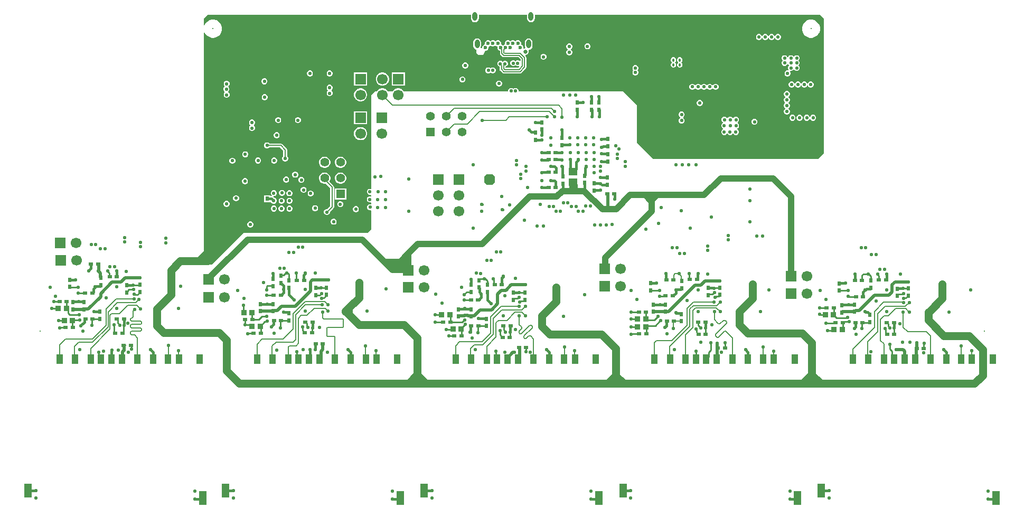
<source format=gbl>
G04*
G04 #@! TF.GenerationSoftware,Altium Limited,Altium Designer,23.10.1 (27)*
G04*
G04 Layer_Physical_Order=6*
G04 Layer_Color=16729413*
%FSLAX44Y44*%
%MOMM*%
G71*
G04*
G04 #@! TF.SameCoordinates,71CC738A-04A0-4CD5-BBD9-20E7C06DD327*
G04*
G04*
G04 #@! TF.FilePolarity,Positive*
G04*
G01*
G75*
%ADD19R,0.7500X0.6000*%
%ADD21R,0.6000X0.7500*%
%ADD25R,1.0000X1.5000*%
%ADD26R,1.2000X2.2000*%
%ADD46R,0.8500X0.9500*%
%ADD94C,1.3970*%
%ADD98R,1.3970X1.3970*%
%ADD105C,0.5080*%
%ADD106C,0.2540*%
%ADD107C,0.2032*%
%ADD108C,0.3810*%
%ADD109C,0.1565*%
%ADD110C,0.1582*%
%ADD111C,1.7000*%
%ADD112R,1.7000X1.7000*%
%ADD113C,0.6000*%
%ADD114O,0.8000X1.4000*%
%ADD115C,1.3980*%
%ADD116R,1.3980X1.3980*%
%ADD117R,1.7000X1.7000*%
G04:AMPARAMS|DCode=118|XSize=1.7mm|YSize=1.7mm|CornerRadius=0mm|HoleSize=0mm|Usage=FLASHONLY|Rotation=90.000|XOffset=0mm|YOffset=0mm|HoleType=Round|Shape=Octagon|*
%AMOCTAGOND118*
4,1,8,0.4250,0.8500,-0.4250,0.8500,-0.8500,0.4250,-0.8500,-0.4250,-0.4250,-0.8500,0.4250,-0.8500,0.8500,-0.4250,0.8500,0.4250,0.4250,0.8500,0.0*
%
%ADD118OCTAGOND118*%

%ADD119C,0.6500*%
%ADD120C,0.3000*%
%ADD121C,0.5588*%
%ADD122C,0.4572*%
%ADD123C,1.0160*%
%ADD125R,1.3500X1.1500*%
%ADD126C,1.2700*%
G36*
X1286510Y852424D02*
Y636524D01*
X1277366Y627380D01*
X1012952D01*
X986536Y653796D01*
Y713486D01*
X964438Y735584D01*
X796798D01*
Y737306D01*
X796063Y739080D01*
X794706Y740437D01*
X792932Y741172D01*
X791012D01*
X789238Y740437D01*
X788416Y739615D01*
X787594Y740437D01*
X785820Y741172D01*
X783900D01*
X782126Y740437D01*
X780769Y739080D01*
X780034Y737306D01*
Y735584D01*
X612874D01*
X612386Y736430D01*
X610425Y738391D01*
X608023Y739777D01*
X605345Y740495D01*
X602571D01*
X599893Y739777D01*
X597491Y738391D01*
X595530Y736430D01*
X595042Y735584D01*
X587474D01*
X586986Y736430D01*
X585025Y738391D01*
X582623Y739777D01*
X579944Y740495D01*
X577171D01*
X574493Y739777D01*
X572091Y738391D01*
X570130Y736430D01*
X569642Y735584D01*
X566420D01*
X560578Y729742D01*
Y580222D01*
X559522Y579516D01*
X559463Y579541D01*
X557543D01*
X555769Y578806D01*
X554411Y577449D01*
X553676Y575675D01*
Y573755D01*
X554411Y571981D01*
X555769Y570624D01*
X557543Y569889D01*
X559463D01*
X559522Y569914D01*
X560518Y569248D01*
Y568024D01*
X559522Y567358D01*
X559348Y567430D01*
X557428D01*
X555654Y566695D01*
X554297Y565338D01*
X553562Y563564D01*
Y561644D01*
X554297Y559870D01*
X555654Y558513D01*
X557428Y557778D01*
X559348D01*
X559522Y557850D01*
X560578Y557144D01*
Y555531D01*
X559577Y554862D01*
X557657D01*
X555883Y554127D01*
X554525Y552770D01*
X553791Y550996D01*
Y549076D01*
X554525Y547302D01*
X555883Y545945D01*
X557657Y545210D01*
X559577D01*
X560578Y544541D01*
Y514604D01*
X554990Y509016D01*
X356362D01*
X305054Y457708D01*
X292100Y457708D01*
X292100Y829852D01*
X293253Y830474D01*
X293370Y830441D01*
X295231Y827217D01*
X297937Y824511D01*
X301251Y822598D01*
X304947Y821608D01*
X308773D01*
X312469Y822598D01*
X315783Y824511D01*
X318489Y827217D01*
X320402Y830531D01*
X321392Y834227D01*
Y838053D01*
X320402Y841749D01*
X318489Y845063D01*
X315783Y847768D01*
X312469Y849682D01*
X308773Y850672D01*
X304947D01*
X301251Y849682D01*
X297937Y847768D01*
X295231Y845063D01*
X293370Y841839D01*
X293253Y841806D01*
X292100Y842428D01*
Y852424D01*
X298196Y858520D01*
X720730D01*
Y852700D01*
X721198Y850346D01*
X722531Y848351D01*
X724526Y847018D01*
X726880Y846550D01*
X729233Y847018D01*
X731229Y848351D01*
X732562Y850346D01*
X733030Y852700D01*
Y858520D01*
X810530D01*
Y852700D01*
X810998Y850346D01*
X812331Y848351D01*
X814326Y847018D01*
X816680Y846550D01*
X819034Y847018D01*
X821029Y848351D01*
X822362Y850346D01*
X822830Y852700D01*
Y858520D01*
X1280414D01*
X1286510Y852424D01*
D02*
G37*
%LPC*%
G36*
X1213810Y827786D02*
X1211890D01*
X1210116Y827051D01*
X1208759Y825694D01*
X1208457Y824966D01*
X1207083D01*
X1206781Y825694D01*
X1205424Y827051D01*
X1203650Y827786D01*
X1201730D01*
X1199956Y827051D01*
X1198599Y825694D01*
X1198297Y824966D01*
X1196923D01*
X1196621Y825694D01*
X1195264Y827051D01*
X1193490Y827786D01*
X1191570D01*
X1189796Y827051D01*
X1188439Y825694D01*
X1188137Y824966D01*
X1186763D01*
X1186461Y825694D01*
X1185104Y827051D01*
X1183330Y827786D01*
X1181410D01*
X1179636Y827051D01*
X1178279Y825694D01*
X1177544Y823920D01*
Y822000D01*
X1178279Y820226D01*
X1179636Y818869D01*
X1181410Y818134D01*
X1183330D01*
X1185104Y818869D01*
X1186461Y820226D01*
X1186763Y820954D01*
X1188137D01*
X1188439Y820226D01*
X1189796Y818869D01*
X1191570Y818134D01*
X1193490D01*
X1195264Y818869D01*
X1196621Y820226D01*
X1196923Y820954D01*
X1198297D01*
X1198599Y820226D01*
X1199956Y818869D01*
X1201730Y818134D01*
X1203650D01*
X1205424Y818869D01*
X1206781Y820226D01*
X1207083Y820954D01*
X1208457D01*
X1208759Y820226D01*
X1210116Y818869D01*
X1211890Y818134D01*
X1213810D01*
X1215584Y818869D01*
X1216941Y820226D01*
X1217676Y822000D01*
Y823920D01*
X1216941Y825694D01*
X1215584Y827051D01*
X1213810Y827786D01*
D02*
G37*
G36*
X1267659Y850672D02*
X1263832D01*
X1260136Y849682D01*
X1256823Y847768D01*
X1254117Y845063D01*
X1252204Y841749D01*
X1251213Y838053D01*
Y834227D01*
X1252204Y830531D01*
X1254117Y827217D01*
X1256823Y824511D01*
X1260136Y822598D01*
X1263832Y821608D01*
X1267659D01*
X1271355Y822598D01*
X1274668Y824511D01*
X1277374Y827217D01*
X1279287Y830531D01*
X1280277Y834227D01*
Y838053D01*
X1279287Y841749D01*
X1277374Y845063D01*
X1274668Y847768D01*
X1271355Y849682D01*
X1267659Y850672D01*
D02*
G37*
G36*
X813077Y820850D02*
X810724Y820382D01*
X808729Y819049D01*
X807395Y817054D01*
X806927Y814700D01*
Y808700D01*
X807395Y806346D01*
X807826Y805702D01*
X807227Y804582D01*
X806729D01*
X805966Y804266D01*
X805600Y804435D01*
X804812Y805163D01*
Y806801D01*
X804046Y808650D01*
X802630Y810066D01*
X801552Y810513D01*
X800812Y811799D01*
Y813801D01*
X800046Y815650D01*
X798630Y817066D01*
X796781Y817832D01*
X794779D01*
X792930Y817066D01*
X791780Y815916D01*
X790630Y817066D01*
X788781Y817832D01*
X786779D01*
X784930Y817066D01*
X783780Y815916D01*
X782630Y817066D01*
X780781Y817832D01*
X778779D01*
X776930Y817066D01*
X775514Y815650D01*
X774748Y813801D01*
Y811799D01*
X775007Y811173D01*
X774779Y810832D01*
X772930Y810066D01*
X771780Y808916D01*
X770630Y810066D01*
X768781Y810832D01*
X768553Y811173D01*
X768812Y811799D01*
Y813801D01*
X768046Y815650D01*
X766630Y817066D01*
X764781Y817832D01*
X762779D01*
X760930Y817066D01*
X759780Y815916D01*
X758630Y817066D01*
X756781Y817832D01*
X754779D01*
X752930Y817066D01*
X751780Y815916D01*
X750630Y817066D01*
X748781Y817832D01*
X746779D01*
X744930Y817066D01*
X743514Y815650D01*
X742748Y813801D01*
Y811799D01*
X742008Y810513D01*
X740930Y810066D01*
X739514Y808650D01*
X738748Y806801D01*
Y805688D01*
X737581Y804662D01*
X736415Y804805D01*
X735867Y805905D01*
X736162Y806346D01*
X736630Y808700D01*
Y814700D01*
X736162Y817054D01*
X734829Y819049D01*
X732834Y820382D01*
X730480Y820850D01*
X728126Y820382D01*
X726131Y819049D01*
X724798Y817054D01*
X724330Y814700D01*
Y808700D01*
X724798Y806346D01*
X726131Y804351D01*
X728126Y803018D01*
X729023Y802840D01*
X729509Y801666D01*
X729305Y801361D01*
X728895Y799300D01*
X729305Y797239D01*
X730472Y795492D01*
X732219Y794324D01*
X734280Y793914D01*
X737280D01*
X739341Y794324D01*
X741088Y795492D01*
X742255Y797239D01*
X742665Y799300D01*
X742612Y799567D01*
X743668Y800768D01*
X744781D01*
X746630Y801534D01*
X748046Y802950D01*
X748812Y804799D01*
Y806801D01*
X749552Y808087D01*
X750630Y808534D01*
X751780Y809684D01*
X752930Y808534D01*
X754779Y807768D01*
X756781D01*
X758630Y808534D01*
X759780Y809684D01*
X760930Y808534D01*
X762779Y807768D01*
X763007Y807427D01*
X762748Y806801D01*
Y804799D01*
X763514Y802950D01*
X764930Y801534D01*
X766779Y800768D01*
X767094D01*
Y796482D01*
X767313Y795380D01*
X767937Y794446D01*
X770982Y791402D01*
X771916Y790778D01*
X773017Y790559D01*
X796680D01*
X800015Y787224D01*
Y784992D01*
X798745Y784465D01*
X798070Y785141D01*
X796296Y785876D01*
X794376D01*
X792602Y785141D01*
X791780Y784319D01*
X790958Y785141D01*
X789184Y785876D01*
X787264D01*
X785490Y785141D01*
X784133Y783784D01*
X783398Y782010D01*
Y780090D01*
X784133Y778316D01*
X785490Y776959D01*
X787264Y776224D01*
X789184D01*
X790958Y776959D01*
X791780Y777781D01*
X792602Y776959D01*
X794376Y776224D01*
X796296D01*
X797544Y776741D01*
X798263Y775664D01*
X796368Y773768D01*
X775915D01*
Y775346D01*
X777519Y776010D01*
X778876Y777368D01*
X779611Y779141D01*
Y781061D01*
X778876Y782835D01*
X777519Y784193D01*
X775745Y784928D01*
X773825D01*
X772051Y784193D01*
X771229Y783370D01*
X770407Y784193D01*
X768633Y784928D01*
X766713D01*
X764939Y784193D01*
X763582Y782835D01*
X762847Y781061D01*
Y779141D01*
X763582Y777368D01*
X764939Y776010D01*
X766543Y775346D01*
Y771070D01*
X766762Y769969D01*
X767386Y769035D01*
X771181Y765240D01*
X772115Y764616D01*
X773217Y764397D01*
X799057D01*
X800159Y764616D01*
X801093Y765240D01*
X808544Y772691D01*
X809168Y773625D01*
X809387Y774727D01*
Y789913D01*
X809168Y791015D01*
X808544Y791949D01*
X807744Y792748D01*
X808270Y794018D01*
X808831D01*
X810772Y794822D01*
X812258Y796308D01*
X813062Y798249D01*
Y800351D01*
X812652Y801339D01*
X812763Y801656D01*
X813492Y802632D01*
X815431Y803018D01*
X817426Y804351D01*
X818760Y806346D01*
X819228Y808700D01*
Y814700D01*
X818760Y817054D01*
X817426Y819049D01*
X815431Y820382D01*
X813077Y820850D01*
D02*
G37*
G36*
X908292Y812789D02*
X906373D01*
X904599Y812055D01*
X903241Y810697D01*
X902506Y808923D01*
Y807003D01*
X903241Y805230D01*
X904599Y803872D01*
X906373Y803137D01*
X908292D01*
X910066Y803872D01*
X911424Y805230D01*
X912159Y807003D01*
Y808923D01*
X911424Y810697D01*
X910066Y812055D01*
X908292Y812789D01*
D02*
G37*
G36*
X879148Y812708D02*
X877228D01*
X875455Y811973D01*
X874097Y810616D01*
X873363Y808842D01*
Y806922D01*
X874097Y805148D01*
X875333Y803912D01*
X875400Y803189D01*
X875333Y802466D01*
X874097Y801230D01*
X873363Y799456D01*
Y797537D01*
X874097Y795763D01*
X875455Y794405D01*
X877228Y793671D01*
X879148D01*
X880922Y794405D01*
X882280Y795763D01*
X883015Y797537D01*
Y799456D01*
X882280Y801230D01*
X881044Y802466D01*
X880977Y803189D01*
X881044Y803912D01*
X882280Y805148D01*
X883015Y806922D01*
Y808842D01*
X882280Y810616D01*
X880922Y811973D01*
X879148Y812708D01*
D02*
G37*
G36*
X1243782Y793750D02*
X1241862D01*
X1240088Y793015D01*
X1238843Y791770D01*
X1238123Y791709D01*
X1237403Y791770D01*
X1236158Y793015D01*
X1234384Y793750D01*
X1232464D01*
X1230690Y793015D01*
X1229333Y791658D01*
X1229031Y790930D01*
X1227657D01*
X1227355Y791658D01*
X1225998Y793015D01*
X1224224Y793750D01*
X1222304D01*
X1220530Y793015D01*
X1219173Y791658D01*
X1218438Y789884D01*
Y787964D01*
X1219173Y786190D01*
X1220249Y785114D01*
X1219173Y784038D01*
X1218438Y782264D01*
Y780344D01*
X1219173Y778570D01*
X1220530Y777213D01*
X1222304Y776478D01*
X1224224D01*
X1225998Y777213D01*
X1227355Y778570D01*
X1227657Y779298D01*
X1229031D01*
X1229333Y778570D01*
X1230536Y777367D01*
X1229333Y776164D01*
X1228598Y774390D01*
Y772470D01*
X1229333Y770696D01*
X1229490Y770539D01*
X1229234Y769856D01*
X1228867Y769366D01*
X1227130D01*
X1225356Y768631D01*
X1223999Y767274D01*
X1223264Y765500D01*
Y763580D01*
X1223999Y761806D01*
X1225356Y760449D01*
X1227130Y759714D01*
X1229050D01*
X1230824Y760449D01*
X1232181Y761806D01*
X1232916Y763580D01*
Y765500D01*
X1232181Y767274D01*
X1232024Y767431D01*
X1232280Y768114D01*
X1232647Y768604D01*
X1234384D01*
X1236158Y769339D01*
X1237403Y770584D01*
X1238123Y770645D01*
X1238843Y770584D01*
X1240088Y769339D01*
X1241862Y768604D01*
X1243782D01*
X1245556Y769339D01*
X1246913Y770696D01*
X1247648Y772470D01*
Y774390D01*
X1246913Y776164D01*
X1245710Y777367D01*
X1246913Y778570D01*
X1247648Y780344D01*
Y782264D01*
X1246913Y784038D01*
X1245837Y785114D01*
X1246913Y786190D01*
X1247648Y787964D01*
Y789884D01*
X1246913Y791658D01*
X1245556Y793015D01*
X1243782Y793750D01*
D02*
G37*
G36*
X837890Y796036D02*
X835970D01*
X834196Y795301D01*
X832839Y793944D01*
X832104Y792170D01*
Y790250D01*
X832839Y788476D01*
X834196Y787119D01*
X835970Y786384D01*
X837890D01*
X839664Y787119D01*
X841021Y788476D01*
X841756Y790250D01*
Y792170D01*
X841021Y793944D01*
X839664Y795301D01*
X837890Y796036D01*
D02*
G37*
G36*
X1056229Y790428D02*
X1054511D01*
X1052924Y789771D01*
X1051709Y788556D01*
X1051052Y786969D01*
Y785251D01*
X1051709Y783664D01*
X1052244Y783130D01*
X1052820Y782300D01*
X1052244Y781470D01*
X1051709Y780936D01*
X1051052Y779349D01*
Y777631D01*
X1051709Y776044D01*
X1052924Y774829D01*
X1054511Y774172D01*
X1056229D01*
X1057816Y774829D01*
X1059031Y776044D01*
X1059688Y777631D01*
Y779349D01*
X1059031Y780936D01*
X1058496Y781470D01*
X1057920Y782300D01*
X1058496Y783130D01*
X1059031Y783664D01*
X1059688Y785251D01*
Y786969D01*
X1059031Y788556D01*
X1057816Y789771D01*
X1056229Y790428D01*
D02*
G37*
G36*
X1046069D02*
X1044351D01*
X1042764Y789771D01*
X1041549Y788556D01*
X1040892Y786969D01*
Y785251D01*
X1041549Y783664D01*
X1042084Y783130D01*
X1042660Y782300D01*
X1042084Y781470D01*
X1041549Y780936D01*
X1040892Y779349D01*
Y777631D01*
X1041549Y776044D01*
X1042764Y774829D01*
X1044351Y774172D01*
X1046069D01*
X1047656Y774829D01*
X1048871Y776044D01*
X1049528Y777631D01*
Y779349D01*
X1048871Y780936D01*
X1048336Y781470D01*
X1047760Y782300D01*
X1048336Y783130D01*
X1048871Y783664D01*
X1049528Y785251D01*
Y786969D01*
X1048871Y788556D01*
X1047656Y789771D01*
X1046069Y790428D01*
D02*
G37*
G36*
X756356Y774192D02*
X754436D01*
X752662Y773457D01*
X751840Y772635D01*
X751018Y773457D01*
X749244Y774192D01*
X747324D01*
X745550Y773457D01*
X744193Y772100D01*
X743458Y770326D01*
Y768406D01*
X744193Y766632D01*
X745550Y765275D01*
X747324Y764540D01*
X749244D01*
X751018Y765275D01*
X751840Y766097D01*
X752662Y765275D01*
X754436Y764540D01*
X756356D01*
X758130Y765275D01*
X759487Y766632D01*
X760222Y768406D01*
Y770326D01*
X759487Y772100D01*
X758130Y773457D01*
X756356Y774192D01*
D02*
G37*
G36*
X712528Y782206D02*
X710608D01*
X708834Y781471D01*
X707477Y780114D01*
X706742Y778340D01*
Y776420D01*
X707477Y774646D01*
X708834Y773289D01*
X710608Y772554D01*
X712528D01*
X714302Y773289D01*
X715659Y774646D01*
X716394Y776420D01*
Y778340D01*
X715659Y780114D01*
X714302Y781471D01*
X712528Y782206D01*
D02*
G37*
G36*
X985210Y777974D02*
X983290D01*
X981516Y777239D01*
X980159Y775882D01*
X979424Y774108D01*
Y772188D01*
X980159Y770414D01*
X980981Y769592D01*
X980159Y768770D01*
X979424Y766996D01*
Y765076D01*
X980159Y763302D01*
X981516Y761945D01*
X983290Y761210D01*
X985210D01*
X986984Y761945D01*
X988341Y763302D01*
X989076Y765076D01*
Y766996D01*
X988341Y768770D01*
X987519Y769592D01*
X988341Y770414D01*
X989076Y772188D01*
Y774108D01*
X988341Y775882D01*
X986984Y777239D01*
X985210Y777974D01*
D02*
G37*
G36*
X494990Y769366D02*
X493070D01*
X491296Y768631D01*
X489939Y767274D01*
X489204Y765500D01*
Y763580D01*
X489939Y761806D01*
X491296Y760449D01*
X493070Y759714D01*
X494990D01*
X496764Y760449D01*
X498121Y761806D01*
X498856Y763580D01*
Y765500D01*
X498121Y767274D01*
X496764Y768631D01*
X494990Y769366D01*
D02*
G37*
G36*
X463240D02*
X461320D01*
X459546Y768631D01*
X458189Y767274D01*
X457454Y765500D01*
Y763580D01*
X458189Y761806D01*
X459546Y760449D01*
X461320Y759714D01*
X463240D01*
X465014Y760449D01*
X466371Y761806D01*
X467106Y763580D01*
Y765500D01*
X466371Y767274D01*
X465014Y768631D01*
X463240Y769366D01*
D02*
G37*
G36*
X707842Y759714D02*
X705922D01*
X704148Y758979D01*
X702791Y757622D01*
X702056Y755848D01*
Y753928D01*
X702791Y752154D01*
X704148Y750797D01*
X705922Y750062D01*
X707842D01*
X709616Y750797D01*
X710973Y752154D01*
X711708Y753928D01*
Y755848D01*
X710973Y757622D01*
X709616Y758979D01*
X707842Y759714D01*
D02*
G37*
G36*
X1266134Y751586D02*
X1264214D01*
X1262440Y750851D01*
X1261083Y749494D01*
X1260781Y748766D01*
X1259407D01*
X1259105Y749494D01*
X1257748Y750851D01*
X1255974Y751586D01*
X1254054D01*
X1252280Y750851D01*
X1250923Y749494D01*
X1250621Y748766D01*
X1249247D01*
X1248945Y749494D01*
X1247588Y750851D01*
X1245814Y751586D01*
X1243894D01*
X1242120Y750851D01*
X1240763Y749494D01*
X1240461Y748766D01*
X1239087D01*
X1238785Y749494D01*
X1237428Y750851D01*
X1235654Y751586D01*
X1233734D01*
X1231960Y750851D01*
X1230603Y749494D01*
X1229868Y747720D01*
Y745800D01*
X1230603Y744026D01*
X1231960Y742669D01*
X1233734Y741934D01*
X1235654D01*
X1237428Y742669D01*
X1238785Y744026D01*
X1239087Y744754D01*
X1240461D01*
X1240763Y744026D01*
X1242120Y742669D01*
X1243894Y741934D01*
X1245814D01*
X1247588Y742669D01*
X1248945Y744026D01*
X1249247Y744754D01*
X1250621D01*
X1250923Y744026D01*
X1252280Y742669D01*
X1254054Y741934D01*
X1255974D01*
X1257748Y742669D01*
X1259105Y744026D01*
X1259407Y744754D01*
X1260781D01*
X1261083Y744026D01*
X1262440Y742669D01*
X1264214Y741934D01*
X1266134D01*
X1267908Y742669D01*
X1269265Y744026D01*
X1270000Y745800D01*
Y747720D01*
X1269265Y749494D01*
X1267908Y750851D01*
X1266134Y751586D01*
D02*
G37*
G36*
X390342Y756666D02*
X388422D01*
X386648Y755931D01*
X385291Y754574D01*
X384556Y752800D01*
Y750880D01*
X385291Y749106D01*
X386648Y747749D01*
X388422Y747014D01*
X390342D01*
X392116Y747749D01*
X393473Y749106D01*
X394208Y750880D01*
Y752800D01*
X393473Y754574D01*
X392116Y755931D01*
X390342Y756666D01*
D02*
G37*
G36*
X1094965Y747881D02*
X1093045D01*
X1091271Y747146D01*
X1090100Y745975D01*
X1089358Y745869D01*
X1088616Y745975D01*
X1087446Y747146D01*
X1085672Y747881D01*
X1083752D01*
X1081978Y747146D01*
X1080816Y745984D01*
X1080122Y745858D01*
X1079321Y745969D01*
X1078180Y747109D01*
X1076406Y747844D01*
X1074486D01*
X1072713Y747109D01*
X1071355Y745752D01*
X1070620Y743978D01*
Y742058D01*
X1071355Y740284D01*
X1072713Y738927D01*
X1074486Y738192D01*
X1076406D01*
X1078180Y738927D01*
X1079342Y740089D01*
X1080037Y740215D01*
X1080838Y740104D01*
X1081978Y738964D01*
X1083752Y738229D01*
X1085672D01*
X1087446Y738964D01*
X1088616Y740134D01*
X1089358Y740241D01*
X1090100Y740134D01*
X1091271Y738964D01*
X1093045Y738229D01*
X1094965D01*
X1096739Y738964D01*
X1097908Y740133D01*
X1098706Y740225D01*
X1099387Y740118D01*
X1100578Y738927D01*
X1102351Y738192D01*
X1104271D01*
X1106045Y738927D01*
X1107185Y740067D01*
X1107936Y740194D01*
X1108687Y740067D01*
X1109827Y738927D01*
X1111601Y738192D01*
X1113521D01*
X1115294Y738927D01*
X1116652Y740284D01*
X1117387Y742058D01*
Y743978D01*
X1116652Y745752D01*
X1115294Y747109D01*
X1113521Y747844D01*
X1111601D01*
X1109827Y747109D01*
X1108687Y745969D01*
X1107936Y745842D01*
X1107185Y745969D01*
X1106045Y747109D01*
X1104271Y747844D01*
X1102351D01*
X1100578Y747109D01*
X1099408Y745940D01*
X1098610Y745848D01*
X1097930Y745955D01*
X1096739Y747146D01*
X1094965Y747881D01*
D02*
G37*
G36*
X554092Y766182D02*
X533028D01*
Y745118D01*
X554092D01*
Y766182D01*
D02*
G37*
G36*
X614490Y765895D02*
X593426D01*
Y744831D01*
X614490D01*
Y765895D01*
D02*
G37*
G36*
X579944D02*
X577171D01*
X574493Y765177D01*
X572091Y763791D01*
X570130Y761830D01*
X568744Y759428D01*
X568026Y756750D01*
Y753977D01*
X568744Y751298D01*
X570130Y748896D01*
X572091Y746935D01*
X574493Y745549D01*
X577171Y744831D01*
X579944D01*
X582623Y745549D01*
X585025Y746935D01*
X586986Y748896D01*
X588372Y751298D01*
X589090Y753977D01*
Y756750D01*
X588372Y759428D01*
X586986Y761830D01*
X585025Y763791D01*
X582623Y765177D01*
X579944Y765895D01*
D02*
G37*
G36*
X766516Y753110D02*
X764596D01*
X762822Y752375D01*
X761465Y751018D01*
X760730Y749244D01*
Y747324D01*
X761465Y745550D01*
X762822Y744193D01*
X764596Y743458D01*
X766516D01*
X768290Y744193D01*
X769647Y745550D01*
X770382Y747324D01*
Y749244D01*
X769647Y751018D01*
X768290Y752375D01*
X766516Y753110D01*
D02*
G37*
G36*
X494990Y746506D02*
X493070D01*
X491296Y745771D01*
X489939Y744414D01*
X489204Y742640D01*
Y740720D01*
X489939Y738946D01*
X490825Y738061D01*
X491155Y737235D01*
X490825Y736410D01*
X489939Y735524D01*
X489204Y733750D01*
Y731830D01*
X489939Y730056D01*
X491296Y728699D01*
X493070Y727964D01*
X494990D01*
X496764Y728699D01*
X498121Y730056D01*
X498856Y731830D01*
Y733750D01*
X498121Y735524D01*
X497235Y736410D01*
X496905Y737235D01*
X497235Y738061D01*
X498121Y738946D01*
X498856Y740720D01*
Y742640D01*
X498121Y744414D01*
X496764Y745771D01*
X494990Y746506D01*
D02*
G37*
G36*
X329890Y752856D02*
X327970D01*
X326196Y752121D01*
X324839Y750764D01*
X324104Y748990D01*
Y747070D01*
X324839Y745296D01*
X325396Y744739D01*
X325688Y743485D01*
X324331Y742128D01*
X323596Y740354D01*
Y738434D01*
X324331Y736660D01*
X325593Y735398D01*
X325692Y735225D01*
X325755Y733900D01*
X324839Y732984D01*
X324104Y731210D01*
Y729290D01*
X324839Y727516D01*
X326196Y726159D01*
X327970Y725424D01*
X329890D01*
X331664Y726159D01*
X333021Y727516D01*
X333756Y729290D01*
Y731210D01*
X333021Y732984D01*
X331759Y734246D01*
X331660Y734419D01*
X331597Y735744D01*
X332513Y736660D01*
X333248Y738434D01*
Y740354D01*
X332513Y742128D01*
X331956Y742685D01*
X331664Y743939D01*
X333021Y745296D01*
X333756Y747070D01*
Y748990D01*
X333021Y750764D01*
X331664Y752121D01*
X329890Y752856D01*
D02*
G37*
G36*
X390850Y731266D02*
X388930D01*
X387156Y730531D01*
X385799Y729174D01*
X385064Y727400D01*
Y725480D01*
X385799Y723706D01*
X387156Y722349D01*
X388930Y721614D01*
X390850D01*
X392624Y722349D01*
X393981Y723706D01*
X394716Y725480D01*
Y727400D01*
X393981Y729174D01*
X392624Y730531D01*
X390850Y731266D01*
D02*
G37*
G36*
X544947Y740782D02*
X542173D01*
X539495Y740064D01*
X537093Y738678D01*
X535132Y736717D01*
X533746Y734315D01*
X533028Y731637D01*
Y728863D01*
X533746Y726185D01*
X535132Y723783D01*
X537093Y721822D01*
X539495Y720436D01*
X542173Y719718D01*
X544947D01*
X547625Y720436D01*
X550027Y721822D01*
X551988Y723783D01*
X553374Y726185D01*
X554092Y728863D01*
Y731637D01*
X553374Y734315D01*
X551988Y736717D01*
X550027Y738678D01*
X547625Y740064D01*
X544947Y740782D01*
D02*
G37*
G36*
X1088334Y722122D02*
X1086414D01*
X1084640Y721387D01*
X1083283Y720030D01*
X1082548Y718256D01*
Y716336D01*
X1083283Y714562D01*
X1084640Y713205D01*
X1086414Y712470D01*
X1088334D01*
X1090108Y713205D01*
X1091465Y714562D01*
X1092200Y716336D01*
Y718256D01*
X1091465Y720030D01*
X1090108Y721387D01*
X1088334Y722122D01*
D02*
G37*
G36*
X1228034Y736346D02*
X1226114D01*
X1224340Y735611D01*
X1222983Y734254D01*
X1222248Y732480D01*
Y730560D01*
X1222983Y728786D01*
X1224135Y727634D01*
X1224193Y726698D01*
X1224085Y726160D01*
X1222860Y724936D01*
X1222126Y723162D01*
Y721242D01*
X1222860Y719469D01*
X1224034Y718295D01*
X1224139Y717554D01*
X1224034Y716812D01*
X1222860Y715639D01*
X1222126Y713865D01*
Y711945D01*
X1222860Y710171D01*
X1224114Y708918D01*
X1224170Y708200D01*
X1224114Y707482D01*
X1222860Y706228D01*
X1222126Y704455D01*
Y702535D01*
X1222860Y700761D01*
X1224218Y699404D01*
X1225992Y698669D01*
X1227912D01*
X1229686Y699404D01*
X1231043Y700761D01*
X1231778Y702535D01*
Y704455D01*
X1231043Y706228D01*
X1229789Y707482D01*
X1229733Y708200D01*
X1229789Y708918D01*
X1231043Y710171D01*
X1231778Y711945D01*
Y713865D01*
X1231043Y715639D01*
X1229869Y716812D01*
X1229764Y717554D01*
X1229869Y718295D01*
X1231043Y719469D01*
X1231778Y721242D01*
Y723162D01*
X1231043Y724936D01*
X1229891Y726088D01*
X1229833Y727024D01*
X1229941Y727562D01*
X1231165Y728786D01*
X1231900Y730560D01*
Y732480D01*
X1231165Y734254D01*
X1229808Y735611D01*
X1228034Y736346D01*
D02*
G37*
G36*
X1269944Y698246D02*
X1268024D01*
X1266250Y697511D01*
X1264893Y696154D01*
X1264591Y695426D01*
X1263217D01*
X1262915Y696154D01*
X1261558Y697511D01*
X1259784Y698246D01*
X1257864D01*
X1256090Y697511D01*
X1254733Y696154D01*
X1253998Y694380D01*
Y692460D01*
X1254733Y690686D01*
X1256090Y689329D01*
X1257864Y688594D01*
X1259784D01*
X1261558Y689329D01*
X1262915Y690686D01*
X1263217Y691414D01*
X1264591D01*
X1264893Y690686D01*
X1266250Y689329D01*
X1268024Y688594D01*
X1269944D01*
X1271718Y689329D01*
X1273075Y690686D01*
X1273810Y692460D01*
Y694380D01*
X1273075Y696154D01*
X1271718Y697511D01*
X1269944Y698246D01*
D02*
G37*
G36*
X1248354D02*
X1246434D01*
X1244660Y697511D01*
X1243303Y696154D01*
X1242568Y694380D01*
Y692460D01*
X1243303Y690686D01*
X1244660Y689329D01*
X1246434Y688594D01*
X1248354D01*
X1250128Y689329D01*
X1251485Y690686D01*
X1252220Y692460D01*
Y694380D01*
X1251485Y696154D01*
X1250128Y697511D01*
X1248354Y698246D01*
D02*
G37*
G36*
X1236924D02*
X1235004D01*
X1233230Y697511D01*
X1231873Y696154D01*
X1231138Y694380D01*
Y692460D01*
X1231873Y690686D01*
X1233230Y689329D01*
X1235004Y688594D01*
X1236924D01*
X1238698Y689329D01*
X1240055Y690686D01*
X1240790Y692460D01*
Y694380D01*
X1240055Y696154D01*
X1238698Y697511D01*
X1236924Y698246D01*
D02*
G37*
G36*
X444190Y694436D02*
X442270D01*
X440496Y693701D01*
X439139Y692344D01*
X438404Y690570D01*
Y688650D01*
X439139Y686876D01*
X440496Y685519D01*
X442270Y684784D01*
X444190D01*
X445964Y685519D01*
X447321Y686876D01*
X448056Y688650D01*
Y690570D01*
X447321Y692344D01*
X445964Y693701D01*
X444190Y694436D01*
D02*
G37*
G36*
X412440D02*
X410520D01*
X408746Y693701D01*
X407389Y692344D01*
X406654Y690570D01*
Y688650D01*
X407389Y686876D01*
X408746Y685519D01*
X410520Y684784D01*
X412440D01*
X414214Y685519D01*
X415571Y686876D01*
X416306Y688650D01*
Y690570D01*
X415571Y692344D01*
X414214Y693701D01*
X412440Y694436D01*
D02*
G37*
G36*
X1059159Y703263D02*
X1057239D01*
X1055465Y702529D01*
X1054108Y701171D01*
X1053373Y699398D01*
Y697478D01*
X1054108Y695704D01*
X1055465Y694346D01*
X1055638Y694275D01*
Y693005D01*
X1055465Y692934D01*
X1054108Y691576D01*
X1053373Y689802D01*
Y687882D01*
X1054108Y686108D01*
X1055465Y684751D01*
X1057239Y684016D01*
X1059159D01*
X1060933Y684751D01*
X1062290Y686108D01*
X1063025Y687882D01*
Y689802D01*
X1062290Y691576D01*
X1060933Y692934D01*
X1060760Y693005D01*
Y694275D01*
X1060933Y694346D01*
X1062290Y695704D01*
X1063025Y697478D01*
Y699398D01*
X1062290Y701171D01*
X1060933Y702529D01*
X1059159Y703263D01*
D02*
G37*
G36*
X554092Y703952D02*
X533028D01*
Y682888D01*
X554092D01*
Y703952D01*
D02*
G37*
G36*
X1175964Y691887D02*
X1174044D01*
X1172270Y691152D01*
X1170913Y689794D01*
X1170178Y688021D01*
Y686101D01*
X1170913Y684327D01*
X1172270Y682970D01*
X1174044Y682235D01*
X1175964D01*
X1177738Y682970D01*
X1179095Y684327D01*
X1179830Y686101D01*
Y688021D01*
X1179095Y689794D01*
X1177738Y691152D01*
X1175964Y691887D01*
D02*
G37*
G36*
X370530Y690626D02*
X368610D01*
X366836Y689891D01*
X365479Y688534D01*
X364744Y686760D01*
Y684840D01*
X365479Y683066D01*
X366365Y682180D01*
X366695Y681355D01*
X366365Y680529D01*
X365479Y679644D01*
X364744Y677870D01*
Y675950D01*
X365479Y674176D01*
X366836Y672819D01*
X368610Y672084D01*
X370530D01*
X372304Y672819D01*
X373661Y674176D01*
X374396Y675950D01*
Y677870D01*
X373661Y679644D01*
X372775Y680529D01*
X372445Y681355D01*
X372775Y682180D01*
X373661Y683066D01*
X374396Y684840D01*
Y686760D01*
X373661Y688534D01*
X372304Y689891D01*
X370530Y690626D01*
D02*
G37*
G36*
X1127675Y695289D02*
X1125755D01*
X1123981Y694555D01*
X1122624Y693197D01*
X1121889Y691423D01*
Y689503D01*
X1122624Y687730D01*
X1123981Y686372D01*
X1124287Y686245D01*
Y684871D01*
X1123868Y684697D01*
X1122511Y683340D01*
X1121776Y681566D01*
Y679646D01*
X1122511Y677872D01*
X1123868Y676515D01*
X1124385Y676301D01*
Y674926D01*
X1123906Y674727D01*
X1122548Y673370D01*
X1121814Y671596D01*
Y669676D01*
X1122548Y667902D01*
X1123906Y666545D01*
X1125679Y665810D01*
X1127599D01*
X1129373Y666545D01*
X1130517Y667689D01*
X1131267Y667813D01*
X1132017Y667689D01*
X1133161Y666545D01*
X1134935Y665810D01*
X1136855D01*
X1138628Y666545D01*
X1139891Y667807D01*
X1140434Y667882D01*
X1141336Y667842D01*
X1142548Y666629D01*
X1144322Y665895D01*
X1146242D01*
X1148016Y666629D01*
X1149373Y667987D01*
X1150108Y669761D01*
Y671681D01*
X1149373Y673454D01*
X1148016Y674812D01*
X1147587Y674990D01*
Y676364D01*
X1148222Y676628D01*
X1149580Y677985D01*
X1150315Y679759D01*
Y681679D01*
X1149580Y683453D01*
X1148222Y684810D01*
X1148004Y684901D01*
Y686275D01*
X1148147Y686334D01*
X1149505Y687692D01*
X1150239Y689466D01*
Y691385D01*
X1149505Y693159D01*
X1148147Y694517D01*
X1146373Y695252D01*
X1144454D01*
X1142680Y694517D01*
X1141416Y693253D01*
X1141051Y693159D01*
X1139948Y693160D01*
X1138817Y694291D01*
X1137043Y695026D01*
X1135123D01*
X1133349Y694291D01*
X1132203Y693144D01*
X1130818Y693167D01*
X1130806Y693197D01*
X1129448Y694555D01*
X1127675Y695289D01*
D02*
G37*
G36*
X409900Y670306D02*
X407980D01*
X406206Y669571D01*
X404849Y668214D01*
X404114Y666440D01*
Y664520D01*
X404849Y662746D01*
X406206Y661389D01*
X407980Y660654D01*
X409900D01*
X411674Y661389D01*
X413031Y662746D01*
X413766Y664520D01*
Y666440D01*
X413031Y668214D01*
X411674Y669571D01*
X409900Y670306D01*
D02*
G37*
G36*
X544947Y678552D02*
X542173D01*
X539495Y677834D01*
X537093Y676448D01*
X535132Y674487D01*
X533746Y672085D01*
X533028Y669407D01*
Y666633D01*
X533746Y663955D01*
X535132Y661553D01*
X537093Y659592D01*
X539495Y658206D01*
X542173Y657488D01*
X544947D01*
X547625Y658206D01*
X550027Y659592D01*
X551988Y661553D01*
X553374Y663955D01*
X554092Y666633D01*
Y669407D01*
X553374Y672085D01*
X551988Y674487D01*
X550027Y676448D01*
X547625Y677834D01*
X544947Y678552D01*
D02*
G37*
G36*
X359608Y639572D02*
X357688D01*
X355914Y638837D01*
X354557Y637480D01*
X353822Y635706D01*
Y633786D01*
X354557Y632012D01*
X355914Y630655D01*
X357688Y629920D01*
X359608D01*
X361382Y630655D01*
X362739Y632012D01*
X363474Y633786D01*
Y635706D01*
X362739Y637480D01*
X361382Y638837D01*
X359608Y639572D01*
D02*
G37*
G36*
X394478Y653986D02*
X392559D01*
X390785Y653252D01*
X389427Y651894D01*
X388693Y650120D01*
Y648200D01*
X389427Y646427D01*
X390785Y645069D01*
X392559Y644334D01*
X394478D01*
X396252Y645069D01*
X397236Y646053D01*
X414406D01*
X419548Y640911D01*
Y631859D01*
X418565Y630876D01*
X417830Y629102D01*
Y627182D01*
X418565Y625408D01*
X419922Y624051D01*
X421696Y623316D01*
X423616D01*
X425390Y624051D01*
X426747Y625408D01*
X427482Y627182D01*
Y629102D01*
X426747Y630876D01*
X425764Y631859D01*
Y642198D01*
X425527Y643387D01*
X424854Y644395D01*
X417891Y651358D01*
X416883Y652031D01*
X415694Y652268D01*
X397236D01*
X396252Y653252D01*
X394478Y653986D01*
D02*
G37*
G36*
X406090Y629666D02*
X404170D01*
X402396Y628931D01*
X401039Y627574D01*
X400304Y625800D01*
Y623880D01*
X401039Y622106D01*
X402396Y620749D01*
X404170Y620014D01*
X406090D01*
X407864Y620749D01*
X409221Y622106D01*
X409956Y623880D01*
Y625800D01*
X409221Y627574D01*
X407864Y628931D01*
X406090Y629666D01*
D02*
G37*
G36*
X380108Y629592D02*
X378188D01*
X376414Y628857D01*
X375057Y627500D01*
X374322Y625726D01*
Y623806D01*
X375057Y622032D01*
X376414Y620675D01*
X378188Y619940D01*
X380108D01*
X381882Y620675D01*
X383239Y622032D01*
X383974Y623806D01*
Y625726D01*
X383239Y627500D01*
X381882Y628857D01*
X380108Y629592D01*
D02*
G37*
G36*
X339108Y629338D02*
X337188D01*
X335414Y628603D01*
X334057Y627246D01*
X333322Y625472D01*
Y623552D01*
X334057Y621778D01*
X335414Y620421D01*
X337188Y619686D01*
X339108D01*
X340882Y620421D01*
X342239Y621778D01*
X342974Y623552D01*
Y625472D01*
X342239Y627246D01*
X340882Y628603D01*
X339108Y629338D01*
D02*
G37*
G36*
X512744Y631068D02*
X510368D01*
X508074Y630453D01*
X506016Y629265D01*
X504337Y627586D01*
X503149Y625528D01*
X502534Y623234D01*
Y620858D01*
X503149Y618564D01*
X504337Y616506D01*
X506016Y614827D01*
X508074Y613639D01*
X510368Y613024D01*
X512744D01*
X515038Y613639D01*
X517096Y614827D01*
X518775Y616506D01*
X519963Y618564D01*
X520578Y620858D01*
Y623234D01*
X519963Y625528D01*
X518775Y627586D01*
X517096Y629265D01*
X515038Y630453D01*
X512744Y631068D01*
D02*
G37*
G36*
X487344D02*
X484968D01*
X482674Y630453D01*
X480616Y629265D01*
X478937Y627586D01*
X477749Y625528D01*
X477134Y623234D01*
Y620858D01*
X477749Y618564D01*
X478937Y616506D01*
X480616Y614827D01*
X482674Y613639D01*
X484968Y613024D01*
X487344D01*
X489638Y613639D01*
X491696Y614827D01*
X493375Y616506D01*
X494563Y618564D01*
X495178Y620858D01*
Y623234D01*
X494563Y625528D01*
X493375Y627586D01*
X491696Y629265D01*
X489638Y630453D01*
X487344Y631068D01*
D02*
G37*
G36*
X439872Y607060D02*
X437952D01*
X436178Y606325D01*
X434821Y604968D01*
X434086Y603194D01*
Y601274D01*
X434821Y599500D01*
X436178Y598143D01*
X437952Y597408D01*
X439872D01*
X441646Y598143D01*
X443003Y599500D01*
X443738Y601274D01*
Y603194D01*
X443003Y604968D01*
X441646Y606325D01*
X439872Y607060D01*
D02*
G37*
G36*
X425140Y599186D02*
X423220D01*
X421446Y598451D01*
X420089Y597094D01*
X419354Y595320D01*
Y593400D01*
X420089Y591626D01*
X421446Y590269D01*
X423220Y589534D01*
X425140D01*
X426914Y590269D01*
X428271Y591626D01*
X429006Y593400D01*
Y595320D01*
X428271Y597094D01*
X426914Y598451D01*
X425140Y599186D01*
D02*
G37*
G36*
X449524Y598678D02*
X447604D01*
X445830Y597943D01*
X444473Y596586D01*
X443738Y594812D01*
Y592892D01*
X444473Y591118D01*
X445830Y589761D01*
X447604Y589026D01*
X449524D01*
X451298Y589761D01*
X452655Y591118D01*
X453390Y592892D01*
Y594812D01*
X452655Y596586D01*
X451298Y597943D01*
X449524Y598678D01*
D02*
G37*
G36*
X512744Y605668D02*
X510368D01*
X508074Y605053D01*
X506016Y603865D01*
X504337Y602186D01*
X503149Y600128D01*
X502534Y597834D01*
Y595458D01*
X503149Y593164D01*
X504337Y591106D01*
X506016Y589427D01*
X508074Y588239D01*
X510368Y587624D01*
X512744D01*
X515038Y588239D01*
X517096Y589427D01*
X518775Y591106D01*
X519963Y593164D01*
X520578Y595458D01*
Y597834D01*
X519963Y600128D01*
X518775Y602186D01*
X517096Y603865D01*
X515038Y605053D01*
X512744Y605668D01*
D02*
G37*
G36*
X359100Y596646D02*
X357180D01*
X355406Y595911D01*
X354049Y594554D01*
X353314Y592780D01*
Y590860D01*
X354049Y589086D01*
X355406Y587729D01*
X357180Y586994D01*
X359100D01*
X360874Y587729D01*
X362231Y589086D01*
X362966Y590860D01*
Y592780D01*
X362231Y594554D01*
X360874Y595911D01*
X359100Y596646D01*
D02*
G37*
G36*
X453080Y582676D02*
X451160D01*
X449386Y581941D01*
X448029Y580584D01*
X447294Y578810D01*
Y576890D01*
X448029Y575116D01*
X449386Y573759D01*
X451160Y573024D01*
X453080D01*
X454854Y573759D01*
X456211Y575116D01*
X456946Y576890D01*
Y578810D01*
X456211Y580584D01*
X454854Y581941D01*
X453080Y582676D01*
D02*
G37*
G36*
X418429Y577851D02*
X416509D01*
X414735Y577117D01*
X413378Y575759D01*
X412643Y573985D01*
Y572065D01*
X413378Y570292D01*
X414735Y568934D01*
X416509Y568199D01*
X418429D01*
X420203Y568934D01*
X421561Y570292D01*
X422295Y572065D01*
Y573985D01*
X421561Y575759D01*
X420203Y577117D01*
X418429Y577851D01*
D02*
G37*
G36*
X405404Y577394D02*
X403484D01*
X401711Y576660D01*
X400353Y575302D01*
X399618Y573528D01*
Y571608D01*
X400353Y569835D01*
X401141Y569047D01*
X400515Y567877D01*
X400426Y567894D01*
X398955D01*
Y569313D01*
X388891D01*
Y557749D01*
X398955D01*
Y557749D01*
X400225Y557756D01*
X400239Y557724D01*
X401596Y556366D01*
X403370Y555631D01*
X405290D01*
X407064Y556366D01*
X408421Y557724D01*
X409156Y559497D01*
Y561417D01*
X408421Y563191D01*
X407064Y564549D01*
X405290Y565283D01*
X404700D01*
X403511Y566472D01*
X403775Y567438D01*
X403992Y567742D01*
X405404D01*
X407178Y568477D01*
X408535Y569835D01*
X409270Y571608D01*
Y573528D01*
X408535Y575302D01*
X407178Y576660D01*
X405404Y577394D01*
D02*
G37*
G36*
X430426D02*
X428506D01*
X426732Y576660D01*
X425375Y575302D01*
X424640Y573528D01*
Y571608D01*
X425375Y569835D01*
X426732Y568477D01*
X428506Y567742D01*
X430426D01*
X432200Y568477D01*
X433557Y569835D01*
X434292Y571608D01*
Y573528D01*
X433557Y575302D01*
X432200Y576660D01*
X430426Y577394D01*
D02*
G37*
G36*
X464510Y576834D02*
X462590D01*
X460816Y576099D01*
X459459Y574742D01*
X458724Y572968D01*
Y571048D01*
X459459Y569274D01*
X460816Y567917D01*
X462590Y567182D01*
X464510D01*
X466284Y567917D01*
X467641Y569274D01*
X468376Y571048D01*
Y572968D01*
X467641Y574742D01*
X466284Y576099D01*
X464510Y576834D01*
D02*
G37*
G36*
X520578Y580268D02*
X502534D01*
Y562224D01*
X520578D01*
Y580268D01*
D02*
G37*
G36*
X344876Y569214D02*
X342956D01*
X341182Y568479D01*
X339825Y567122D01*
X339090Y565348D01*
Y563428D01*
X339825Y561654D01*
X341182Y560297D01*
X342956Y559562D01*
X344876D01*
X346650Y560297D01*
X348007Y561654D01*
X348742Y563428D01*
Y565348D01*
X348007Y567122D01*
X346650Y568479D01*
X344876Y569214D01*
D02*
G37*
G36*
X430654Y565055D02*
X428735D01*
X426961Y564320D01*
X425603Y562962D01*
X424868Y561189D01*
Y559269D01*
X425603Y557495D01*
X426961Y556138D01*
X428735Y555403D01*
X430654D01*
X432428Y556138D01*
X433786Y557495D01*
X434520Y559269D01*
Y561189D01*
X433786Y562962D01*
X432428Y564320D01*
X430654Y565055D01*
D02*
G37*
G36*
X417941Y564954D02*
X416021D01*
X414248Y564219D01*
X412890Y562861D01*
X412155Y561088D01*
Y559168D01*
X412890Y557394D01*
X414248Y556036D01*
X416021Y555302D01*
X417941D01*
X419715Y556036D01*
X421073Y557394D01*
X421807Y559168D01*
Y561088D01*
X421073Y562861D01*
X419715Y564219D01*
X417941Y564954D01*
D02*
G37*
G36*
X329636Y560324D02*
X327716D01*
X325942Y559589D01*
X324585Y558232D01*
X323850Y556458D01*
Y554538D01*
X324585Y552764D01*
X325942Y551407D01*
X327716Y550672D01*
X329636D01*
X331410Y551407D01*
X332767Y552764D01*
X333502Y554538D01*
Y556458D01*
X332767Y558232D01*
X331410Y559589D01*
X329636Y560324D01*
D02*
G37*
G36*
X512008Y559816D02*
X510088D01*
X508314Y559081D01*
X506957Y557724D01*
X506222Y555950D01*
Y554030D01*
X506957Y552256D01*
X508314Y550899D01*
X510088Y550164D01*
X512008D01*
X513782Y550899D01*
X515139Y552256D01*
X515874Y554030D01*
Y555950D01*
X515139Y557724D01*
X513782Y559081D01*
X512008Y559816D01*
D02*
G37*
G36*
X471665Y553241D02*
X469745D01*
X467971Y552506D01*
X466613Y551149D01*
X465879Y549375D01*
Y547455D01*
X466613Y545681D01*
X467971Y544324D01*
X469745Y543589D01*
X471665D01*
X473438Y544324D01*
X474796Y545681D01*
X475531Y547455D01*
Y549375D01*
X474796Y551149D01*
X473438Y552506D01*
X471665Y553241D01*
D02*
G37*
G36*
X405518Y552715D02*
X403599D01*
X401825Y551981D01*
X400467Y550623D01*
X399732Y548849D01*
Y546929D01*
X400467Y545156D01*
X401825Y543798D01*
X403599Y543063D01*
X405518D01*
X407292Y543798D01*
X408650Y545156D01*
X409384Y546929D01*
Y548849D01*
X408650Y550623D01*
X407292Y551981D01*
X405518Y552715D01*
D02*
G37*
G36*
X430654Y552601D02*
X428735D01*
X426961Y551866D01*
X425603Y550509D01*
X424868Y548735D01*
Y546815D01*
X425603Y545041D01*
X426961Y543684D01*
X428735Y542949D01*
X430654D01*
X432428Y543684D01*
X433786Y545041D01*
X434520Y546815D01*
Y548735D01*
X433786Y550509D01*
X432428Y551866D01*
X430654Y552601D01*
D02*
G37*
G36*
X417858Y552487D02*
X415938D01*
X414164Y551752D01*
X412807Y550395D01*
X412072Y548621D01*
Y546701D01*
X412807Y544927D01*
X414164Y543569D01*
X415938Y542835D01*
X417858D01*
X419632Y543569D01*
X420989Y544927D01*
X421724Y546701D01*
Y548621D01*
X420989Y550395D01*
X419632Y551752D01*
X417858Y552487D01*
D02*
G37*
G36*
X536900Y551801D02*
X534980D01*
X533206Y551066D01*
X531849Y549709D01*
X531114Y547935D01*
Y546015D01*
X531849Y544241D01*
X533206Y542884D01*
X534980Y542149D01*
X536900D01*
X538674Y542884D01*
X540031Y544241D01*
X540766Y546015D01*
Y547935D01*
X540031Y549709D01*
X538674Y551066D01*
X536900Y551801D01*
D02*
G37*
G36*
X487344Y605668D02*
X484968D01*
X482674Y605053D01*
X480616Y603865D01*
X478937Y602186D01*
X477749Y600128D01*
X477134Y597834D01*
Y595458D01*
X477749Y593164D01*
X478937Y591106D01*
X480616Y589427D01*
X482674Y588239D01*
X484968Y587624D01*
X487344D01*
X488053Y587814D01*
X494855Y581012D01*
Y551709D01*
X490175Y547029D01*
X488784D01*
X487010Y546294D01*
X485653Y544936D01*
X484918Y543162D01*
Y541243D01*
X485653Y539469D01*
X487010Y538111D01*
X488784Y537377D01*
X490704D01*
X492478Y538111D01*
X493835Y539469D01*
X494570Y541243D01*
Y542634D01*
X500161Y548224D01*
X500834Y549232D01*
X501071Y550422D01*
Y582299D01*
X500834Y583488D01*
X500161Y584496D01*
X493439Y591217D01*
X494563Y593164D01*
X495178Y595458D01*
Y597834D01*
X494563Y600128D01*
X493375Y602186D01*
X491696Y603865D01*
X489638Y605053D01*
X487344Y605668D01*
D02*
G37*
G36*
X501309Y531653D02*
X499389D01*
X497615Y530918D01*
X496258Y529561D01*
X495523Y527787D01*
Y525867D01*
X496258Y524093D01*
X497615Y522736D01*
X499389Y522001D01*
X501309D01*
X503083Y522736D01*
X504440Y524093D01*
X505175Y525867D01*
Y527787D01*
X504440Y529561D01*
X503083Y530918D01*
X501309Y531653D01*
D02*
G37*
G36*
X367736Y527304D02*
X365816D01*
X364042Y526569D01*
X362685Y525212D01*
X361950Y523438D01*
Y521518D01*
X362685Y519744D01*
X364042Y518387D01*
X365816Y517652D01*
X367736D01*
X369510Y518387D01*
X370867Y519744D01*
X371602Y521518D01*
Y523438D01*
X370867Y525212D01*
X369510Y526569D01*
X367736Y527304D01*
D02*
G37*
%LPD*%
D19*
X782739Y341599D02*
D03*
X465652Y348996D02*
D03*
X1096937Y346679D02*
D03*
X1399069Y346301D02*
D03*
X70682Y357083D02*
D03*
X61049Y398811D02*
D03*
X358748Y369756D02*
D03*
X989871Y381973D02*
D03*
X693999Y344015D02*
D03*
X371906Y347602D02*
D03*
X990025Y346792D02*
D03*
X675805Y366112D02*
D03*
X1304887Y364775D02*
D03*
X1290663Y388905D02*
D03*
X938879Y571723D02*
D03*
X844899Y606013D02*
D03*
X844936Y637317D02*
D03*
X844899Y581883D02*
D03*
Y626548D02*
D03*
X141319Y438373D02*
D03*
X152749Y370840D02*
D03*
X758626Y425715D02*
D03*
X772509Y359633D02*
D03*
X441410Y432944D02*
D03*
X455009Y365983D02*
D03*
X122578Y458627D02*
D03*
X113951Y370617D02*
D03*
X732611Y359536D02*
D03*
X1071185Y434563D02*
D03*
X1084929Y365983D02*
D03*
X1374489Y433293D02*
D03*
X1387189Y364713D02*
D03*
X1045369Y433609D02*
D03*
X1046131Y367156D02*
D03*
X1348493Y365244D02*
D03*
X1347629Y432847D02*
D03*
X150209Y347949D02*
D03*
X771239Y341599D02*
D03*
X454152Y348996D02*
D03*
X1085437Y346679D02*
D03*
X1387569Y346301D02*
D03*
X720500Y401107D02*
D03*
X102010Y412537D02*
D03*
X404270Y408727D02*
D03*
X1032270Y407715D02*
D03*
X1337720Y406540D02*
D03*
X370248Y369756D02*
D03*
X483013Y330739D02*
D03*
X383405Y347602D02*
D03*
X687305Y366112D02*
D03*
X797430Y324974D02*
D03*
X705499Y344015D02*
D03*
X72549Y398811D02*
D03*
X163830Y328930D02*
D03*
X82182Y357083D02*
D03*
X1302163Y388905D02*
D03*
X1434941Y323819D02*
D03*
X1316387Y364775D02*
D03*
X1001371Y381973D02*
D03*
X1116171Y324073D02*
D03*
X1001525Y346792D02*
D03*
X856436Y637317D02*
D03*
X808930Y324974D02*
D03*
X1446441Y323819D02*
D03*
X1127671Y324073D02*
D03*
X1336129Y432847D02*
D03*
X113510Y412537D02*
D03*
X721111Y359536D02*
D03*
X404720Y368426D02*
D03*
X856399Y606013D02*
D03*
X784009Y359633D02*
D03*
X1096429Y365983D02*
D03*
X1385989Y433293D02*
D03*
X1398689Y364713D02*
D03*
X1336993Y365244D02*
D03*
X732000Y401107D02*
D03*
X415770Y408727D02*
D03*
X1043770Y407715D02*
D03*
X1349220Y406540D02*
D03*
X175330Y328930D02*
D03*
X950379Y571723D02*
D03*
X856399Y581883D02*
D03*
Y626548D02*
D03*
X161709Y347949D02*
D03*
X1034631Y367156D02*
D03*
X1033869Y433609D02*
D03*
X1082685Y434563D02*
D03*
X770126Y425715D02*
D03*
X152819Y438373D02*
D03*
X102451Y370617D02*
D03*
X164249Y370840D02*
D03*
X452910Y432944D02*
D03*
X466509Y365983D02*
D03*
X111078Y458627D02*
D03*
X471513Y330739D02*
D03*
X416220Y368426D02*
D03*
D21*
X1315497Y392849D02*
D03*
X1421669Y420027D02*
D03*
X939936Y623575D02*
D03*
X939102Y597821D02*
D03*
X914177Y706469D02*
D03*
X902747Y589131D02*
D03*
X867633Y587591D02*
D03*
X834167Y674719D02*
D03*
X866144Y661321D02*
D03*
X926024Y706469D02*
D03*
X917987Y576929D02*
D03*
X939800Y647700D02*
D03*
X824007Y658209D02*
D03*
X890955Y706469D02*
D03*
X168552Y413292D02*
D03*
X77247Y422243D02*
D03*
X720403Y414369D02*
D03*
X788447Y401669D02*
D03*
X403135Y423659D02*
D03*
X472217Y409289D02*
D03*
X125507Y371189D02*
D03*
X127223Y436531D02*
D03*
X733298Y432886D02*
D03*
X744918Y359759D02*
D03*
X746983Y425492D02*
D03*
X100107Y386429D02*
D03*
X82327D02*
D03*
X700817Y374999D02*
D03*
X721137D02*
D03*
X403358Y383271D02*
D03*
X383317D02*
D03*
X1008411Y416909D02*
D03*
X1101072Y409289D02*
D03*
X1310925Y416401D02*
D03*
X1404397Y408019D02*
D03*
X189484Y414020D02*
D03*
X807497Y401669D02*
D03*
X1058133Y431451D02*
D03*
X1057910Y367379D02*
D03*
X1361663Y432721D02*
D03*
X1360345Y366109D02*
D03*
X1032047Y382298D02*
D03*
X1013237Y382619D02*
D03*
X488981Y409543D02*
D03*
X1119663D02*
D03*
X1315497Y381349D02*
D03*
X1335817Y382619D02*
D03*
X1421669Y408527D02*
D03*
X393923Y552031D02*
D03*
X867633Y599091D02*
D03*
X393923Y563531D02*
D03*
X82327Y397929D02*
D03*
X1013237Y394119D02*
D03*
X720403Y425869D02*
D03*
X1119663Y421043D02*
D03*
X746983Y413992D02*
D03*
X415798Y428498D02*
D03*
X428607Y380149D02*
D03*
X428830Y421221D02*
D03*
X383317Y394771D02*
D03*
X700817Y386499D02*
D03*
X917987Y588429D02*
D03*
X939800Y659200D02*
D03*
X914177Y717969D02*
D03*
X902747Y600631D02*
D03*
X788447Y413169D02*
D03*
X1008411Y428409D02*
D03*
X1101072Y420789D02*
D03*
X1310925Y427901D02*
D03*
X1361663Y421221D02*
D03*
X1335817Y394119D02*
D03*
X866144Y649821D02*
D03*
X926024Y717969D02*
D03*
X834167Y686219D02*
D03*
X939936Y635075D02*
D03*
X939102Y586321D02*
D03*
X824007Y669709D02*
D03*
X890955Y717969D02*
D03*
X100107Y397929D02*
D03*
X1057910Y378879D02*
D03*
X1032047Y393798D02*
D03*
X1404397Y419519D02*
D03*
X1058133Y419951D02*
D03*
X733298Y421386D02*
D03*
X744918Y371259D02*
D03*
X168552Y424792D02*
D03*
X127223Y425031D02*
D03*
X77247Y433743D02*
D03*
X125507Y382689D02*
D03*
X472217Y420789D02*
D03*
X403135Y435159D02*
D03*
X403358Y394771D02*
D03*
X1360345Y377609D02*
D03*
X721137Y386499D02*
D03*
X189484Y425520D02*
D03*
X807497Y413169D02*
D03*
X488981Y421043D02*
D03*
X428830Y432721D02*
D03*
X415798Y439998D02*
D03*
X428607Y368649D02*
D03*
D25*
X460602Y306100D02*
D03*
X527603D02*
D03*
X778840D02*
D03*
X845840D02*
D03*
X143840D02*
D03*
X210840D02*
D03*
X1415460D02*
D03*
X1482460D02*
D03*
X1097610D02*
D03*
X1164610D02*
D03*
X502603D02*
D03*
X427603D02*
D03*
X551852D02*
D03*
X568853D02*
D03*
X377603D02*
D03*
X402603D02*
D03*
X477603D02*
D03*
X820840D02*
D03*
X745840D02*
D03*
X870090D02*
D03*
X887090D02*
D03*
X695840D02*
D03*
X720840D02*
D03*
X795840D02*
D03*
X185840D02*
D03*
X110840D02*
D03*
X235090D02*
D03*
X252090D02*
D03*
X60840D02*
D03*
X85840D02*
D03*
X160840D02*
D03*
X1457460D02*
D03*
X1382460D02*
D03*
X1506710D02*
D03*
X1523710D02*
D03*
X1332460D02*
D03*
X1357460D02*
D03*
X1432460D02*
D03*
X1139610D02*
D03*
X1064610D02*
D03*
X1188860D02*
D03*
X1205860D02*
D03*
X1014610D02*
D03*
X1039610D02*
D03*
X1114610D02*
D03*
X602352D02*
D03*
X444103D02*
D03*
X762340D02*
D03*
X920590D02*
D03*
X127340D02*
D03*
X285590D02*
D03*
X1398960D02*
D03*
X1557210D02*
D03*
X1239360D02*
D03*
X1081110D02*
D03*
D26*
X607352Y84100D02*
D03*
X327352Y96100D02*
D03*
X925590Y84100D02*
D03*
X645590Y96100D02*
D03*
X290590Y84100D02*
D03*
X10590Y96100D02*
D03*
X1562210Y84100D02*
D03*
X1282210Y96100D02*
D03*
X1244360Y84100D02*
D03*
X964360Y96100D02*
D03*
D46*
X68510Y368254D02*
D03*
X58858Y387558D02*
D03*
X356546Y380954D02*
D03*
X987756Y370817D02*
D03*
X691826Y355046D02*
D03*
X369758Y358770D02*
D03*
X987756Y358044D02*
D03*
X673675Y377346D02*
D03*
X1302696Y353522D02*
D03*
X1288472Y377906D02*
D03*
X369646Y380954D02*
D03*
X382858Y358770D02*
D03*
X686775Y377346D02*
D03*
X704926Y355046D02*
D03*
X71958Y387558D02*
D03*
X81610Y368254D02*
D03*
X1301572Y377906D02*
D03*
X1315796Y353522D02*
D03*
X1000855Y370817D02*
D03*
X1000856Y358044D02*
D03*
D94*
X706120Y670560D02*
D03*
Y695960D02*
D03*
X680720D02*
D03*
X655320D02*
D03*
X680720Y670560D02*
D03*
D98*
X655320D02*
D03*
D105*
X1402588Y321818D02*
X1413256D01*
X164967Y328543D02*
X165040Y328470D01*
X161976Y318302D02*
X164592Y320919D01*
Y321056D01*
X161976Y307236D02*
Y318302D01*
X123698Y448025D02*
Y458627D01*
X940562Y547116D02*
X941578Y546100D01*
X939800Y547878D02*
X940562Y547116D01*
X939800Y547878D02*
Y562610D01*
X127223Y437165D02*
X127254Y437134D01*
X126763Y437625D02*
X127223Y437165D01*
X122895Y448020D02*
X126763Y444152D01*
X122895Y448020D02*
Y448158D01*
X126763Y437625D02*
Y444152D01*
X123698Y447548D02*
Y448025D01*
X939703Y562707D02*
Y571263D01*
Y562707D02*
X939800Y562610D01*
X938879Y571723D02*
X939243D01*
X939703Y571263D01*
X82655Y386101D02*
X91255D01*
X82327Y386429D02*
X82655Y386101D01*
X91255D02*
X91353Y386004D01*
X91450Y386101D01*
X99779D01*
X127000Y406654D02*
Y411734D01*
X107124Y386778D02*
X127000Y406654D01*
Y411734D02*
X145229Y429963D01*
X99779Y386101D02*
X100456Y386778D01*
X107124D01*
X145229Y429963D02*
X159452D01*
X166370Y436880D01*
X190246D01*
X715441Y376209D02*
X720677D01*
X710652Y376502D02*
X710790D01*
X721137Y374999D02*
Y375749D01*
X700817D02*
X701277Y376209D01*
X710360D02*
X710652Y376502D01*
X700817Y374999D02*
Y375749D01*
X701277Y376209D02*
X710360D01*
X720677D02*
X721137Y375749D01*
X709540Y376428D02*
X715222D01*
X715441Y376209D01*
X763401Y411059D02*
X769043Y416701D01*
X763401Y395413D02*
Y411059D01*
X769043Y416701D02*
X776264D01*
X785043Y425480D01*
X807961D01*
X753560Y385572D02*
X763401Y395413D01*
X735076Y385572D02*
X753560D01*
X725713Y376209D02*
X735076Y385572D01*
X721597Y376209D02*
X725713D01*
X721137Y374999D02*
Y375749D01*
X721597Y376209D01*
X466018Y433430D02*
X491821D01*
X491828Y433423D01*
X409793Y384202D02*
X417005Y391414D01*
X403358Y383742D02*
X403818Y384202D01*
X403358Y383271D02*
Y383742D01*
X403818Y384202D02*
X409793D01*
X417005Y391414D02*
X438382D01*
X463042Y416074D01*
Y430455D01*
X466018Y433430D01*
X383317Y383271D02*
X383664Y383617D01*
X393689D01*
X403011D02*
X403358Y383271D01*
X393689Y383617D02*
X403011D01*
X1013251Y382605D02*
X1023465D01*
X1013237Y382619D02*
X1013251Y382605D01*
X1023465D02*
X1031739D01*
X1032047Y382298D01*
X1033780Y383032D02*
X1037590D01*
X1079754Y425196D01*
X1089406D01*
X1095672Y431462D01*
X1119426D01*
X1315497Y381349D02*
Y382024D01*
X1315957Y382484D02*
X1327245D01*
X1315497Y382024D02*
X1315957Y382484D01*
X1327245D02*
X1327342Y382581D01*
X1395859Y414232D02*
Y425579D01*
X1367282Y408686D02*
X1390313D01*
X1395859Y414232D01*
Y425579D02*
X1400706Y430426D01*
X1336548Y383794D02*
X1336785Y384031D01*
X1342627D01*
X1367282Y408686D01*
X1400706Y430426D02*
X1421805D01*
X1326288Y382347D02*
X1335545D01*
X1335817Y382619D01*
X481584Y320919D02*
Y321194D01*
X483013Y322622D01*
Y330739D01*
X480062Y308560D02*
Y319397D01*
X481584Y320919D01*
X477603Y306100D02*
X480062Y308560D01*
X797430Y324974D02*
X797740D01*
X798200Y308460D02*
Y319370D01*
X795840Y306100D02*
X798200Y308460D01*
Y319565D02*
Y324514D01*
X797740Y324974D02*
X798200Y324514D01*
Y319565D02*
X798297Y319468D01*
X798200Y319370D02*
X798297Y319468D01*
X163830Y328930D02*
X164580D01*
X164211Y321437D02*
Y327787D01*
X164580Y328930D02*
X164967Y328543D01*
X160840Y306100D02*
X161976Y307236D01*
X1434762Y323998D02*
X1434989Y324225D01*
Y332473D01*
X1435037Y332521D01*
X1434810Y308450D02*
Y323688D01*
X1115871Y324073D02*
X1116171D01*
X1115851D02*
X1115871D01*
X1115411Y324533D02*
Y331627D01*
X1115390Y309740D02*
X1116033Y309097D01*
X1115390Y323613D02*
X1115851Y324073D01*
X1115390Y309740D02*
Y323613D01*
X1115411Y324533D02*
X1115871Y324073D01*
X1115314Y331724D02*
X1115411Y331627D01*
X1415460Y306100D02*
Y319614D01*
X1413256Y321818D02*
X1415460Y319614D01*
X787740Y317500D02*
X789686D01*
X778840Y308600D02*
X787740Y317500D01*
X778840Y306100D02*
Y308600D01*
D106*
X1391920Y322834D02*
Y330200D01*
Y322834D02*
X1395230Y319524D01*
Y309830D02*
Y319524D01*
Y309830D02*
X1398960Y306100D01*
X1104900Y321056D02*
Y332486D01*
X1081110Y319364D02*
X1081278Y319532D01*
X1081110Y306100D02*
Y319364D01*
X760730Y307710D02*
Y319278D01*
Y307710D02*
X762340Y306100D01*
X808702Y318298D02*
Y324747D01*
X808930Y324974D01*
X808475Y318071D02*
X808702Y318298D01*
X441452Y308750D02*
Y318008D01*
Y308750D02*
X444103Y306100D01*
X123610Y309830D02*
X127340Y306100D01*
X123569Y317428D02*
X123610Y317387D01*
Y309830D02*
Y317387D01*
X175969Y322844D02*
Y328291D01*
X175330Y328930D02*
X175969Y328291D01*
Y322844D02*
X176553Y322260D01*
X164211Y321437D02*
X164592Y321056D01*
X157275Y360506D02*
Y361331D01*
X154576Y364030D02*
Y369110D01*
Y364030D02*
X157275Y361331D01*
X1357399Y442397D02*
X1357983Y441814D01*
X1357051Y442745D02*
X1357399Y442397D01*
X1372870Y442231D02*
Y443056D01*
X1374489Y433293D02*
Y440612D01*
X1372870Y442231D02*
X1374489Y440612D01*
X1359270Y441814D02*
X1361663Y439420D01*
X1347629Y440849D02*
X1349525Y442745D01*
X1357051D01*
X1357983Y441814D02*
X1359270D01*
X733298Y433129D02*
Y433636D01*
X127223Y437165D02*
Y444500D01*
Y436531D02*
Y437165D01*
X123698Y448025D02*
X127223Y444500D01*
X123565Y448158D02*
X123698Y448025D01*
X168552Y413292D02*
X170282Y415022D01*
Y416366D02*
X171877Y417962D01*
X179362D01*
X170282Y415022D02*
Y416366D01*
X77247Y422243D02*
X77972Y421518D01*
X90834D01*
X91514Y422198D01*
X140970Y438722D02*
X141319Y438373D01*
X140970Y438722D02*
Y444500D01*
X138295Y447175D02*
X140970Y444500D01*
X138295Y447175D02*
Y448136D01*
X152749Y370840D02*
X152846D01*
X154576Y369110D01*
X756821Y427445D02*
Y435039D01*
X756238Y435622D02*
X756821Y435039D01*
X758551Y425715D02*
X758626D01*
X756821Y427445D02*
X758551Y425715D01*
X797141Y405768D02*
X797965D01*
X795257Y403884D02*
X797141Y405768D01*
X790177Y403884D02*
X795257D01*
X788447Y402154D02*
X790177Y403884D01*
X788447Y401669D02*
Y402154D01*
X775661Y349967D02*
Y350792D01*
X773630Y352823D02*
Y358512D01*
X772509Y359633D02*
X773630Y358512D01*
Y352823D02*
X775661Y350792D01*
X710027Y410656D02*
X713740Y414369D01*
X710027Y410088D02*
Y410656D01*
X713740Y414369D02*
X720403D01*
X719932Y413898D02*
X720403Y414369D01*
X440271Y434083D02*
Y444326D01*
X480720Y411734D02*
X480822D01*
X472566Y408940D02*
X477926D01*
X480720Y411734D01*
X472217Y409289D02*
X472566Y408940D01*
X458683Y357463D02*
Y358287D01*
X457489Y359481D02*
X458683Y358287D01*
X457489Y359481D02*
Y364253D01*
X455759Y365983D02*
X457489Y364253D01*
X455009Y365983D02*
X455759D01*
X440271Y434083D02*
X441410Y432944D01*
X393647Y424180D02*
X402614D01*
X392810Y423344D02*
X393647Y424180D01*
X392810Y417708D02*
Y423344D01*
X402614Y424180D02*
X403135Y423659D01*
X122578Y458627D02*
X122895Y458310D01*
Y448158D02*
Y458310D01*
X113951Y370617D02*
X114523Y371189D01*
X112895Y360680D02*
Y369561D01*
X113951Y370617D01*
X122895Y448158D02*
X123565D01*
X114523Y371189D02*
X125507D01*
X741416Y434859D02*
X742000Y435442D01*
X735028Y434859D02*
X741416D01*
X733298Y433129D02*
X735028Y434859D01*
X733298Y432886D02*
Y433129D01*
X742583Y434859D02*
X743924D01*
X746983Y431800D01*
X742000Y435442D02*
X742583Y434859D01*
X746983Y425492D02*
Y431800D01*
X732780Y435366D02*
X733806Y434340D01*
X732087Y359013D02*
X732611Y359536D01*
X732087Y349250D02*
Y359013D01*
X732834Y359759D02*
X744918D01*
X732611Y359536D02*
X732834Y359759D01*
X1107882Y410715D02*
X1110382Y413214D01*
X1110973D01*
X1102497Y410715D02*
X1107882D01*
X1101072Y409289D02*
X1102497Y410715D01*
X1084929Y360331D02*
X1088898Y356362D01*
X1084929Y360331D02*
Y365983D01*
X1008411Y416909D02*
X1008624Y416696D01*
X1022585D01*
X1070046Y435702D02*
Y443313D01*
Y435702D02*
X1071185Y434563D01*
X1406127Y410454D02*
X1412167D01*
X1412939Y411226D02*
X1413764D01*
X1404397Y408019D02*
Y408724D01*
X1406127Y410454D01*
X1412167D02*
X1412939Y411226D01*
X1389669Y358930D02*
X1391877Y356722D01*
Y356131D02*
Y356722D01*
X1389669Y358930D02*
Y362983D01*
X1387189Y364713D02*
X1387939D01*
X1389669Y362983D01*
X1310962Y416438D02*
X1325409D01*
X1310925Y416401D02*
X1310962Y416438D01*
X180704Y410100D02*
X186072D01*
X187512Y411540D01*
X187754D01*
X187960Y411746D01*
Y411988D01*
X180168Y410636D02*
X180704Y410100D01*
X806704Y400221D02*
Y400304D01*
X800707Y399284D02*
X805767D01*
X806704Y400221D01*
X799772Y398349D02*
X800707Y399284D01*
X798947Y398349D02*
X799772D01*
X1347629Y432847D02*
Y440849D01*
X1348493Y365244D02*
X1359480D01*
X1360345Y366109D01*
X1347470Y355600D02*
Y364221D01*
X1348493Y365244D01*
X1361663Y432721D02*
Y439420D01*
X481293Y403901D02*
X481876Y404484D01*
X488442Y408254D02*
Y409194D01*
X484672Y404484D02*
X488442Y408254D01*
X481876Y404484D02*
X484672D01*
X1117933Y407131D02*
X1119124Y408322D01*
X1114062Y407131D02*
X1117933D01*
X1112830Y405899D02*
X1114062Y407131D01*
X1112005Y405899D02*
X1112830D01*
X1119124Y408322D02*
Y408686D01*
X148344Y349679D02*
Y361942D01*
Y349679D02*
X149535Y348488D01*
X151384D01*
X768759Y343329D02*
X769696Y342392D01*
X768759Y343329D02*
Y343507D01*
X769696Y342392D02*
X769874D01*
X767109Y345157D02*
X768759Y343507D01*
X767109Y345157D02*
Y352269D01*
X453402Y348996D02*
X454152D01*
X451672Y350726D02*
X453402Y348996D01*
X451672Y350726D02*
Y351476D01*
X450256Y352892D02*
X451672Y351476D01*
X450256Y352892D02*
Y358308D01*
X1081298Y355092D02*
X1081881Y354509D01*
Y349663D02*
Y354509D01*
Y349663D02*
X1082957Y348587D01*
Y348409D02*
Y348587D01*
Y348409D02*
X1083894Y347472D01*
X1084072D01*
X1413764Y404114D02*
X1414347Y404697D01*
X1417990D02*
X1419340Y406047D01*
X1414347Y404697D02*
X1417990D01*
X1419340Y406047D02*
X1419939D01*
X1420876Y406984D01*
Y407924D01*
X1385391Y348031D02*
Y354763D01*
X1386458Y346964D02*
X1386840D01*
X1385391Y348031D02*
X1386458Y346964D01*
X1384808Y355346D02*
X1385391Y354763D01*
X710027Y400967D02*
X720360D01*
X720500Y401107D01*
X90834Y412397D02*
X101870D01*
X102010Y412537D01*
X392810Y408587D02*
X404130D01*
X404270Y408727D01*
X1032130Y407575D02*
X1032270Y407715D01*
X1022585Y407575D02*
X1032130D01*
X1325409Y407318D02*
X1326187Y406540D01*
X1337720D01*
X369646Y371486D02*
X371816Y369316D01*
X371348Y370078D02*
X380238D01*
X385064Y374904D01*
X393446D01*
X369646Y371486D02*
Y380954D01*
X371816Y369316D02*
X372110D01*
X394152Y366466D02*
X394462Y366776D01*
X390054Y366466D02*
X394152D01*
X383405Y357243D02*
X384048Y357886D01*
X382858Y359270D02*
X390054Y366466D01*
X382858Y358770D02*
Y359270D01*
X383405Y347602D02*
Y357243D01*
X687305Y366541D02*
X687832Y366014D01*
X686775Y377346D02*
X687305Y376816D01*
Y366541D02*
Y376816D01*
X706516Y366112D02*
X709711Y369307D01*
X688340Y366776D02*
X689004Y366112D01*
X706516D01*
X709711Y369307D02*
X710536D01*
X705499Y344015D02*
Y355488D01*
X711543Y362164D02*
Y362266D01*
X704926Y355546D02*
X711543Y362164D01*
X704926Y355046D02*
Y355546D01*
X164211Y327787D02*
X164967Y328543D01*
X165100Y328676D01*
X77422Y377698D02*
X92456D01*
X74938Y380182D02*
X77422Y377698D01*
X74938Y380182D02*
Y384078D01*
X72862Y386154D02*
X74938Y384078D01*
X71882Y386588D02*
Y398144D01*
X72549Y398811D01*
X81610Y357556D02*
Y368254D01*
X84844Y369346D02*
X92426D01*
X92964Y368808D01*
X82550Y371640D02*
X84844Y369346D01*
X1432460Y306100D02*
X1434810Y308450D01*
X1434762Y323998D02*
X1434941Y323819D01*
X1322981Y372620D02*
X1323964Y373603D01*
X1301572Y377406D02*
X1306358Y372620D01*
X1323964Y373603D02*
X1324788D01*
X1306358Y372620D02*
X1322981D01*
X1301572Y377406D02*
Y377906D01*
X1302163Y379825D02*
Y388905D01*
X1315784Y364172D02*
X1316387Y363569D01*
Y364775D02*
X1317881Y366269D01*
X1326679D01*
X1315796Y353522D02*
X1316387Y354114D01*
Y363569D01*
X1002801Y368872D02*
X1014236D01*
X1020487Y375122D01*
X1000855Y370817D02*
X1002801Y368872D01*
X1001371Y373531D02*
X1001776Y373126D01*
X1001371Y373531D02*
Y381973D01*
X1015907Y359825D02*
X1023386Y367304D01*
Y367772D01*
X1002637Y359825D02*
X1015907D01*
X1000856Y358044D02*
X1001525Y357376D01*
X1000856Y358044D02*
X1002637Y359825D01*
X1001525Y347729D02*
Y357376D01*
X1001522Y347726D02*
X1001525Y347729D01*
X1096982Y348279D02*
Y356317D01*
X1097026Y356362D01*
X1096982Y348279D02*
X1098042Y347218D01*
X362842Y347602D02*
X371906D01*
X362712Y347472D02*
X362842Y347602D01*
X977728Y346792D02*
X990025D01*
X977646Y346710D02*
X977728Y346792D01*
X663292Y366112D02*
X675805D01*
X663194Y366014D02*
X663292Y366112D01*
X1101340Y317496D02*
X1104900Y321056D01*
X1101340Y309830D02*
Y317496D01*
X1097610Y306100D02*
X1101340Y309830D01*
X59436Y368300D02*
X68464D01*
X68510Y368254D01*
X1279444Y377906D02*
X1288472D01*
X1279144Y378206D02*
X1279444Y377906D01*
X1446441Y323819D02*
X1446784Y324162D01*
X1446613Y324333D02*
Y331806D01*
Y324333D02*
X1446784Y324162D01*
X1446613Y331806D02*
X1446784Y331978D01*
X51548Y398811D02*
X61049D01*
X51499Y398762D02*
X51548Y398811D01*
X358748Y369756D02*
X358756Y369748D01*
Y361241D02*
Y369748D01*
Y361241D02*
X358764Y361233D01*
X367493D01*
X368300Y360426D01*
X976906Y381994D02*
X989806D01*
X989828Y382016D01*
X989871Y381973D01*
X976884Y382016D02*
X976906Y381994D01*
X1291844Y352552D02*
X1301725D01*
X1302696Y353522D01*
X1399178Y346348D02*
Y355999D01*
X1399286Y356108D01*
X1398778Y345948D02*
X1399178Y346348D01*
X685645Y344015D02*
X693999D01*
X685292Y343662D02*
X685645Y344015D01*
X1279429Y388905D02*
X1290663D01*
X1279398Y388874D02*
X1279429Y388905D01*
X783105Y341965D02*
Y349527D01*
X783590Y350012D01*
X782739Y341599D02*
X783105Y341965D01*
X681228Y354076D02*
X690855D01*
X691826Y355046D01*
X977488Y358044D02*
X987756D01*
X61320Y356976D02*
X70363D01*
X70469Y356870D01*
X70682Y357083D01*
X61214Y356870D02*
X61320Y356976D01*
X1289700Y364379D02*
X1304491D01*
X1304887Y364775D01*
X1289304Y363982D02*
X1289700Y364379D01*
X356108Y381392D02*
Y392938D01*
X355829Y380238D02*
X356546Y380954D01*
X356108Y381392D02*
X356546Y380954D01*
X977138Y371094D02*
X987478D01*
X987756Y370817D01*
X663547Y377346D02*
X673675D01*
X663194Y377698D02*
X663547Y377346D01*
X1127671Y324073D02*
X1127823Y324225D01*
Y332197D01*
X1127975Y332348D01*
X48762Y387932D02*
X58484D01*
X58858Y387558D01*
X163801Y349679D02*
Y359889D01*
X162071Y347949D02*
X163801Y349679D01*
X161709Y347949D02*
X162071D01*
X189659Y425275D02*
X189738Y425196D01*
X178586Y425031D02*
X178830Y425275D01*
X797994Y413385D02*
X807085D01*
X797778Y413601D02*
X797994Y413385D01*
X466007Y350726D02*
Y356516D01*
X465801Y350520D02*
X466007Y350726D01*
Y356516D02*
X466361Y356870D01*
X1119286Y420667D02*
X1119663Y421043D01*
X1110785Y420667D02*
X1119286D01*
X480562Y421221D02*
X480651Y421132D01*
X488442D01*
X1413161Y419951D02*
X1413199Y419989D01*
X1420749D01*
X1421130Y419608D01*
X163801Y359889D02*
X164592Y360680D01*
X465582Y350520D02*
X465801D01*
X178830Y425275D02*
X189659D01*
X807085Y413385D02*
X807212Y413512D01*
X1110234Y420116D02*
X1110785Y420667D01*
X414871Y356870D02*
Y367077D01*
X416220Y368426D01*
X428384D01*
X428607Y368649D01*
X416548Y440748D02*
X420146D01*
X423745Y444348D01*
X425667Y443552D02*
X427789D01*
X428830Y432721D02*
Y442510D01*
X424871Y444348D02*
X425667Y443552D01*
X427789D02*
X428830Y442510D01*
X415798Y439998D02*
X416548Y440748D01*
X414068Y441728D02*
Y442481D01*
Y441728D02*
X415798Y439998D01*
X423745Y444348D02*
X424862D01*
X424871D01*
D107*
X486918Y593344D02*
X497963Y582299D01*
X489744Y542202D02*
X497963Y550422D01*
Y582299D01*
X1044668Y355880D02*
Y365693D01*
X1046354Y367379D01*
X1054352Y443629D02*
X1054646Y443335D01*
X1047855D02*
X1054646D01*
X1045464Y440944D02*
X1047855Y443335D01*
X1045464Y433704D02*
Y440944D01*
X1045369Y433609D02*
X1045464Y433704D01*
X1046354Y367379D02*
X1057910D01*
X1054646Y442684D02*
Y443335D01*
Y442684D02*
X1057910Y439420D01*
Y431674D02*
Y439420D01*
Y431674D02*
X1058133Y431451D01*
X738124Y689610D02*
X776478D01*
X781920Y695052D02*
X842247D01*
X776478Y689610D02*
X781920Y695052D01*
X422656Y628142D02*
Y642198D01*
X415694Y649160D02*
X422656Y642198D01*
X393518Y649160D02*
X415694D01*
D108*
X1387122Y442737D02*
X1387462Y443078D01*
X1387122Y434388D02*
X1387462D01*
X1387122D02*
Y442737D01*
X1385989Y433293D02*
X1386367D01*
X1387462Y434388D01*
X460602Y306100D02*
X462543Y308040D01*
Y321451D02*
X462883Y321791D01*
X462543Y308040D02*
Y321451D01*
X879591Y577721D02*
Y586074D01*
X888855Y577721D02*
Y586074D01*
X867633Y579128D02*
Y587591D01*
X879591Y586074D02*
X883436Y589919D01*
X884010D02*
X885010D01*
X883436D02*
X884010D01*
X720479Y425944D02*
Y434200D01*
X720554Y434275D01*
X866562Y577576D02*
Y578057D01*
X867633Y579128D01*
X929825Y623575D02*
X939936D01*
X928544Y597995D02*
X938928D01*
X928370Y598170D02*
X928544Y597995D01*
X938928D02*
X939102Y597821D01*
X902859Y577372D02*
Y589019D01*
Y577372D02*
X902970Y577261D01*
X902747Y589131D02*
X902859Y589019D01*
X834023Y605790D02*
X834135Y605901D01*
X844788D02*
X844899Y606013D01*
X834135Y605901D02*
X844788D01*
X834390Y637576D02*
X834519Y637446D01*
X844807D02*
X844936Y637317D01*
X834519Y637446D02*
X844807D01*
X834278Y665687D02*
Y674607D01*
Y665687D02*
X834390Y665576D01*
X834167Y674719D02*
X834278Y674607D01*
X914288Y695163D02*
X914400Y695052D01*
X914177Y706469D02*
X914288Y706357D01*
Y695163D02*
Y706357D01*
X885010Y589919D02*
X888855Y586074D01*
X737870Y554990D02*
X738210Y554650D01*
X918153Y576345D02*
Y577095D01*
X866144Y661321D02*
X866353Y661530D01*
Y673367D01*
X866562Y673576D01*
X929966Y645614D02*
X932052Y647700D01*
X939800D01*
X929485Y645614D02*
X929966D01*
X918153Y577095D02*
X928204D01*
X928370Y577261D01*
X834135Y581772D02*
X844788D01*
X844899Y581883D01*
X834023Y581660D02*
X834135Y581772D01*
X844267Y625916D02*
X844899Y626548D01*
X834363Y625916D02*
X844267D01*
X834023Y625576D02*
X834363Y625916D01*
X824007Y658209D02*
X824324Y657892D01*
X834073D01*
X834390Y657576D01*
X891067Y695163D02*
X891178Y695052D01*
X890955Y706469D02*
X891067Y706357D01*
Y695163D02*
Y706357D01*
X926136Y695011D02*
Y706357D01*
Y695011D02*
X926247Y694899D01*
X926024Y706469D02*
X926136Y706357D01*
X770550Y546440D02*
X770890Y546100D01*
X771230Y546440D01*
X384373Y553876D02*
X392828D01*
X383286Y554482D02*
X383767D01*
X384373Y553876D01*
X392828Y553126D02*
Y553876D01*
Y553126D02*
X393923Y552031D01*
X914177Y717969D02*
Y727710D01*
X1096429Y365983D02*
X1096728Y365685D01*
Y356660D02*
Y365685D01*
Y356660D02*
X1097026Y356362D01*
X1326288Y393700D02*
X1335398D01*
X1335817Y394119D01*
X1316065Y393417D02*
X1325948D01*
X1326288Y393757D01*
X1315497Y392849D02*
X1316065Y393417D01*
X289040Y82550D02*
X290590Y84100D01*
X278130Y82550D02*
X289040D01*
X1164610Y306100D02*
Y317820D01*
X1160780Y321650D02*
X1164610Y317820D01*
X890955Y717969D02*
X900430D01*
X1560660Y82550D02*
X1562210Y84100D01*
X1549750Y82550D02*
X1560660D01*
X1336674Y364926D02*
X1336993Y365244D01*
X1336674Y357985D02*
Y364926D01*
X1335024Y355854D02*
Y356335D01*
X1336674Y357985D01*
X210840Y306100D02*
Y317820D01*
X207010Y321650D02*
X210840Y317820D01*
X964360Y96100D02*
X964448Y96012D01*
X976630D01*
X824533Y686010D02*
X833538D01*
X833748Y685800D01*
X834167Y686219D01*
X824324Y685800D02*
X824533Y686010D01*
X913130Y82550D02*
X924040D01*
X925590Y84100D01*
X1482460Y306100D02*
Y317820D01*
X1478630Y321650D02*
X1482460Y317820D01*
X1398689Y364713D02*
X1398987Y364415D01*
Y356407D02*
Y364415D01*
Y356407D02*
X1399286Y356108D01*
X783740Y359364D02*
X784009Y359633D01*
X783740Y350096D02*
Y359364D01*
X783470Y349827D02*
X783740Y350096D01*
X403808Y362125D02*
Y367514D01*
X404720Y368426D01*
X400558Y358875D02*
X403808Y362125D01*
X400558Y358394D02*
Y358875D01*
X327352Y96100D02*
X327440Y96012D01*
X339622D01*
X929825Y635842D02*
X938841D01*
Y636182D01*
X939936Y635087D01*
Y635075D02*
Y635087D01*
X929485Y636182D02*
X929825Y635842D01*
X1008411Y428409D02*
X1008530Y428528D01*
X1017857D01*
X1017976Y428648D01*
X845840Y306100D02*
Y317820D01*
X842010Y321650D02*
X845840Y317820D01*
X10590Y96100D02*
X10678Y96012D01*
X22860D01*
X823179Y670537D02*
X824007Y669709D01*
X817622Y670537D02*
X823179D01*
X814043Y674116D02*
X817622Y670537D01*
X813562Y674116D02*
X814043D01*
X144440Y307380D02*
X144780Y307040D01*
X143840Y306100D02*
X144780Y307040D01*
X144440Y307380D02*
Y320970D01*
X144780Y321310D01*
X1282210Y96100D02*
X1282298Y96012D01*
X1294480D01*
X929675Y659165D02*
X939695D01*
X939730Y659130D01*
X939800Y659200D01*
X929640Y659130D02*
X929675Y659165D01*
X951134Y570872D02*
X951230D01*
X950379Y571723D02*
X951230Y570872D01*
X950890Y563290D02*
Y570628D01*
X951134Y570872D01*
X950890Y563290D02*
X951230Y562950D01*
X527603Y306100D02*
Y317820D01*
X523773Y321650D02*
X527603Y317820D01*
X1231900Y82550D02*
X1242810D01*
X1244360Y84100D01*
X645590Y96100D02*
X645678Y96012D01*
X657860D01*
X926024Y717969D02*
Y727710D01*
X594893Y82550D02*
X605802D01*
X607352Y84100D01*
X1404367Y419549D02*
X1404397Y419519D01*
X1404829Y419951D01*
X1405045Y419735D02*
X1412945D01*
X1413161Y419951D01*
X1349159Y406601D02*
X1349220Y406540D01*
X1349159Y406601D02*
Y414020D01*
X1352462Y417323D01*
Y417347D01*
X1352943D01*
X1354972Y419376D02*
X1360568D01*
X1361663Y420471D02*
Y421221D01*
X1352943Y417347D02*
X1354972Y419376D01*
X1360568D02*
X1361663Y420471D01*
X1352462Y382347D02*
X1352802Y382007D01*
X1356697D02*
X1360345Y378359D01*
Y377609D02*
Y378359D01*
X1352802Y382007D02*
X1356697D01*
X1084298Y442995D02*
X1084638Y443335D01*
X1082685Y434563D02*
X1083203D01*
X1084298Y435658D02*
Y442995D01*
X1083203Y434563D02*
X1084298Y435658D01*
X1049638Y417605D02*
X1050119D01*
X1050620Y418106D02*
X1057038D01*
X1058133Y419201D02*
Y419951D01*
X1050119Y417605D02*
X1050620Y418106D01*
X1057038D02*
X1058133Y419201D01*
X1043770Y407715D02*
X1044520D01*
X1049298Y412494D01*
Y417265D01*
X1049638Y417605D01*
X1023384Y394038D02*
X1023465Y393958D01*
X1031966Y393878D02*
X1032047Y393798D01*
X1023465Y393958D02*
X1023544Y393878D01*
X1031966D01*
X797562Y413385D02*
X797778Y413601D01*
X788447Y413169D02*
X788663Y413385D01*
X797562D01*
X711246Y387010D02*
X720626D01*
X721137Y386499D01*
X710906Y387350D02*
X711246Y387010D01*
X472217Y420789D02*
X472433Y421005D01*
X480346D02*
X480562Y421221D01*
X472433Y421005D02*
X480346D01*
X466361Y356870D02*
X466435Y356944D01*
Y365909D02*
X466509Y365983D01*
X466435Y356944D02*
Y365909D01*
X452120Y433734D02*
X452910Y432944D01*
X452120Y433734D02*
Y441123D01*
X454863Y443867D02*
Y444348D01*
X452120Y441123D02*
X454863Y443867D01*
X393689Y394970D02*
X393789Y394870D01*
X403258D02*
X403358Y394771D01*
X393789Y394870D02*
X403258D01*
X393590D02*
X393689Y394970D01*
X383317Y394771D02*
X383417Y394870D01*
X393590D01*
X82327Y397929D02*
X82838Y398440D01*
X91373D02*
X91713Y398780D01*
X82838Y398440D02*
X91373D01*
X92053D02*
X99596D01*
X100107Y397929D01*
X91713Y398780D02*
X92053Y398440D01*
X127223Y424281D02*
Y425031D01*
X117887Y422427D02*
X118368D01*
X119127Y423186D01*
X126128D01*
X127223Y424281D01*
X115355Y413633D02*
Y419414D01*
X114260Y412537D02*
X115355Y413633D01*
X113510Y412537D02*
X114260D01*
X117887Y421946D02*
Y422427D01*
X115355Y419414D02*
X117887Y421946D01*
X154731Y321520D02*
X154940Y321310D01*
X930724Y586321D02*
X939102D01*
X928340Y588224D02*
X928544Y588020D01*
X917987Y588429D02*
X918192Y588224D01*
X928340D01*
X866433Y637446D02*
X866562Y637576D01*
X856436Y637317D02*
X856565Y637446D01*
X866433D01*
X856635Y626312D02*
X866326D01*
X856399Y626548D02*
X856635Y626312D01*
X866326D02*
X866562Y626076D01*
X866902Y599822D02*
X867633Y599091D01*
X866562Y615865D02*
X866902Y615524D01*
Y599822D02*
Y615524D01*
X879591Y611264D02*
Y626326D01*
Y611264D02*
X883436Y607419D01*
X884010D01*
X885010D01*
X888855Y612264D02*
X889000Y612409D01*
X888855Y611264D02*
Y612264D01*
X885010Y607419D02*
X888855Y611264D01*
X889000Y612409D02*
Y622362D01*
X892483Y625844D02*
Y626326D01*
X889000Y622362D02*
X892483Y625844D01*
X903842Y613310D02*
X905183Y614650D01*
X902747Y600631D02*
X903842Y601726D01*
X905183Y614650D02*
Y615132D01*
X903842Y601726D02*
Y613310D01*
X878573Y649948D02*
X878700Y650076D01*
X866144Y649821D02*
X866272Y649948D01*
X878573D01*
X856399Y581883D02*
X856565Y582049D01*
X854333Y592843D02*
X856565Y590611D01*
X848360Y592843D02*
X854333D01*
X856565Y582049D02*
Y590611D01*
X856399Y606013D02*
X856635Y606249D01*
Y612830D01*
X848360Y615132D02*
X854333D01*
X856635Y612830D01*
X393923Y563531D02*
X394272Y563880D01*
X86088Y433606D02*
X86225Y433470D01*
X77383Y433606D02*
X86088D01*
X77247Y433743D02*
X77383Y433606D01*
X164317Y360748D02*
X164385Y360680D01*
X164249Y370840D02*
X164317Y370772D01*
Y360748D02*
Y370772D01*
X107950Y448124D02*
Y448605D01*
X111078Y451733D02*
Y458627D01*
X107950Y448605D02*
X111078Y451733D01*
X1033133Y443488D02*
X1033473Y443148D01*
Y434005D02*
Y443148D01*
Y434005D02*
X1033869Y433609D01*
X1310925Y427901D02*
X1311169Y428145D01*
X1320556D02*
X1320800Y428390D01*
X1311169Y428145D02*
X1320556D01*
X1335957Y443230D02*
X1336043Y443144D01*
Y432933D02*
X1336129Y432847D01*
X1336043Y432933D02*
Y443144D01*
X734393Y414165D02*
X737080Y411478D01*
X733298Y421386D02*
X734393Y420291D01*
X737080Y410997D02*
Y411478D01*
X734393Y414165D02*
Y420291D01*
X732000Y401107D02*
X732750D01*
X736739Y410657D02*
X737080Y410997D01*
X736739Y405847D02*
Y410657D01*
X733845Y402952D02*
X736739Y405847D01*
X733845Y402202D02*
Y402952D01*
X732750Y401107D02*
X733845Y402202D01*
X437363Y401117D02*
Y401598D01*
X428830Y410131D02*
X437363Y401598D01*
X428830Y410131D02*
Y421221D01*
X394272Y563880D02*
X400426D01*
X403849Y560457D01*
X404330D01*
X420267Y381808D02*
X427512D01*
X428607Y380149D02*
Y380713D01*
X427512Y381808D02*
X428607Y380713D01*
X419927Y382148D02*
X420267Y381808D01*
X116250Y382860D02*
X125336D01*
X116078Y383032D02*
X116250Y382860D01*
X125336D02*
X125507Y382689D01*
X744500Y371678D02*
X744918Y371259D01*
X732634Y372018D02*
X732974Y371678D01*
X744500D01*
X746983Y401254D02*
X752719Y395518D01*
X746983Y401254D02*
Y413992D01*
X752719Y395037D02*
Y395518D01*
X1013237Y394119D02*
X1013318Y394038D01*
X1023384D01*
X178466Y424912D02*
X178586Y425031D01*
X168552Y424792D02*
X168671Y424912D01*
X178466D01*
X1110047Y420499D02*
X1110256Y420290D01*
X1101362Y420499D02*
X1110047D01*
X1101072Y420789D02*
X1101362Y420499D01*
X417615Y409823D02*
Y410573D01*
X416520Y408727D02*
X417615Y409823D01*
Y410573D02*
X419863Y412821D01*
X415770Y408727D02*
X416520D01*
X415798Y427748D02*
Y428498D01*
X416893Y426653D02*
X417631D01*
X419863Y424421D01*
X415798Y427748D02*
X416893Y426653D01*
X719667Y350041D02*
Y358441D01*
X720762Y359536D02*
X721111D01*
X719327Y349701D02*
X719667Y350041D01*
Y358441D02*
X720762Y359536D01*
X710566Y387337D02*
X710906Y387678D01*
X700817Y386499D02*
X701655Y387337D01*
X710566D01*
X1049551Y380299D02*
X1056815D01*
X1049211Y380639D02*
X1049551Y380299D01*
X1057910Y378879D02*
Y379204D01*
X1056815Y380299D02*
X1057910Y379204D01*
X94870Y359952D02*
Y360434D01*
X100606Y366170D02*
Y369522D01*
X94870Y360434D02*
X100606Y366170D01*
X101701Y370617D02*
X102451D01*
X100606Y369522D02*
X101701Y370617D01*
X471342Y321990D02*
Y330568D01*
X471513Y330739D01*
X471170Y321818D02*
X471342Y321990D01*
X1031748Y358113D02*
X1033822Y360187D01*
Y366347D01*
X1034631Y367156D01*
X1031748Y357632D02*
Y358113D01*
X152853Y448124D02*
X152887Y448158D01*
X152819Y438373D02*
X152853Y438407D01*
Y448124D01*
X720403Y425869D02*
X720479Y425944D01*
X770126Y425715D02*
Y436862D01*
X771972Y438708D02*
Y439189D01*
X770126Y436862D02*
X771972Y438708D01*
X403079Y435215D02*
X403135Y435159D01*
X403079Y435215D02*
Y443431D01*
X403024Y443486D02*
X403079Y443431D01*
X419863Y412821D02*
Y418617D01*
Y424421D01*
X1404829Y419951D02*
X1405045Y419735D01*
D109*
X110840Y323692D02*
X141732Y354584D01*
X110840Y306100D02*
Y323692D01*
X141732Y354584D02*
Y376936D01*
X113538Y333248D02*
X138643Y358353D01*
X91948Y333248D02*
X113538D01*
X135382Y360680D02*
Y386588D01*
X70358Y339090D02*
X113792D01*
X135382Y360680D01*
X85138Y326438D02*
X91948Y333248D01*
X60840Y329572D02*
X70358Y339090D01*
X1115949Y364363D02*
X1116502Y363810D01*
X1117493Y362819D01*
X1119842D01*
X1125620Y368597D01*
X1127969D01*
X1130318Y366248D01*
Y363899D02*
Y366248D01*
X1112644Y346225D02*
X1130318Y363899D01*
X1112644Y343875D02*
Y346225D01*
Y343875D02*
X1114993Y341526D01*
X1117342D01*
X1126889Y351073D01*
X1129239D01*
X1129239Y351073D01*
Y351073D02*
X1129792Y350520D01*
X1110686Y369626D02*
X1115949Y364363D01*
X1129792Y350520D02*
X1139610Y340702D01*
X1110686Y369626D02*
Y382528D01*
X1139610Y306100D02*
Y340702D01*
X800735Y359029D02*
X801288Y358476D01*
X801994Y357770D01*
Y355490D02*
Y357770D01*
X797473Y350968D02*
X801994Y355490D01*
X797473Y348688D02*
Y350968D01*
Y348688D02*
X798993Y347168D01*
X801273D01*
X814775Y360669D01*
X817055D01*
X818575Y359149D01*
Y356869D02*
Y359149D01*
X805073Y343367D02*
X818575Y356869D01*
X805073Y341087D02*
Y343367D01*
Y341087D02*
X806594Y339567D01*
X808874D01*
X813395Y344088D01*
X815676D01*
X815676Y344088D01*
Y344088D02*
X816229Y343535D01*
X178935Y374336D02*
Y378460D01*
X177322Y372723D02*
X178935Y374336D01*
X175976Y372723D02*
X177322D01*
X174364Y371111D02*
X175976Y372723D01*
X174364Y368961D02*
Y371111D01*
Y368961D02*
X175976Y367349D01*
X190996D01*
X192608Y365736D01*
Y363586D02*
Y365736D01*
X190996Y361974D02*
X192608Y363586D01*
X175976Y361974D02*
X190996D01*
X174364Y360362D02*
X175976Y361974D01*
X174364Y358212D02*
Y360362D01*
Y358212D02*
X175976Y356599D01*
X190996D01*
X192608Y354987D01*
Y352837D02*
Y354987D01*
X190996Y351225D02*
X192608Y352837D01*
X175976Y351225D02*
X190996D01*
X174364Y349612D02*
X175976Y351225D01*
X174364Y347462D02*
Y349612D01*
Y347462D02*
X175976Y345850D01*
X180665D01*
X181447Y345067D01*
X515965Y358295D02*
Y369923D01*
X484418Y370840D02*
X515048D01*
Y357378D02*
X515965Y358295D01*
X490294Y357378D02*
X515048D01*
Y370840D02*
X515965Y369923D01*
X482600Y372658D02*
Y381762D01*
Y372658D02*
X484418Y370840D01*
X489458Y343482D02*
Y356542D01*
X490294Y357378D01*
Y342646D02*
X501766D01*
X502603Y306100D02*
Y341810D01*
X501766Y342646D02*
X502603Y341810D01*
X489458Y343482D02*
X490294Y342646D01*
X443721Y331569D02*
Y371904D01*
X448448Y376632D01*
X440066Y327914D02*
X443721Y331569D01*
X448448Y376632D02*
X457658D01*
X429514Y327914D02*
X440066D01*
X427603Y326003D02*
X429514Y327914D01*
X457658Y376632D02*
X468884Y387858D01*
X487058D02*
X491236Y383680D01*
X468884Y387858D02*
X487058D01*
X427603Y306100D02*
Y326003D01*
X551688Y306264D02*
X551852Y306100D01*
X551688Y306264D02*
Y327660D01*
X568198Y306754D02*
Y320294D01*
Y306754D02*
X568853Y306100D01*
X454778Y398800D02*
X486136D01*
X491236Y393700D01*
X435082Y379105D02*
X454778Y398800D01*
X435082Y354589D02*
Y379105D01*
X419329Y338836D02*
X435082Y354589D01*
X385826Y338836D02*
X419329D01*
X377603Y330612D02*
X385826Y338836D01*
X377603Y306100D02*
Y330612D01*
X435356Y334010D02*
X439425Y338079D01*
Y377957D02*
X455168Y393700D01*
X439425Y338079D02*
Y377957D01*
X408508Y334010D02*
X435356D01*
X401901Y327402D02*
X408508Y334010D01*
X401901Y306802D02*
X402603Y306100D01*
X455168Y393700D02*
X481806D01*
X401901Y306802D02*
Y327402D01*
X798127Y361637D02*
X800735Y359029D01*
X816229Y343535D02*
X820840Y338924D01*
X798127Y361637D02*
Y375920D01*
X820840Y306100D02*
Y338924D01*
X760748Y341648D02*
Y364641D01*
X764661Y368554D02*
X778002D01*
X760748Y364641D02*
X764661Y368554D01*
X745840Y326740D02*
X760748Y341648D01*
X778002Y368554D02*
X790956Y381508D01*
X802119D01*
X807707Y375920D01*
X745840Y306100D02*
Y326740D01*
X870966Y306976D02*
Y325628D01*
X870090Y306100D02*
X870966Y306976D01*
X886968Y306383D02*
Y319786D01*
Y306383D02*
X887170Y306180D01*
X769059Y391160D02*
X797839D01*
X797982Y391017D01*
X752042Y347674D02*
Y374143D01*
X738886Y334518D02*
X752042Y347674D01*
Y374143D02*
X769059Y391160D01*
X695840Y328048D02*
X702310Y334518D01*
X738886D01*
X695840Y306100D02*
Y328048D01*
X802119Y385572D02*
X807707Y391160D01*
X795649Y385572D02*
X795869Y385352D01*
X769874Y385572D02*
X795649D01*
X800094Y385352D02*
X800314Y385572D01*
X795869Y385352D02*
X800094D01*
X800314Y385572D02*
X802119D01*
X756387Y372085D02*
X769874Y385572D01*
X756387Y346344D02*
Y372085D01*
X739228Y329184D02*
X756387Y346344D01*
X725678Y329184D02*
X739228D01*
X720138Y323644D02*
X725678Y329184D01*
X720138Y306802D02*
Y323644D01*
Y306802D02*
X720840Y306100D01*
X178935Y378460D02*
Y383406D01*
X181356Y385827D02*
Y386334D01*
X178935Y383406D02*
X181356Y385827D01*
X181447Y345067D02*
X185840Y340675D01*
Y306100D02*
Y340675D01*
X141732Y376936D02*
X144526Y379730D01*
X156718D02*
X170180Y393192D01*
X144526Y379730D02*
X156718D01*
X184658Y393192D02*
X190500Y387350D01*
X170180Y393192D02*
X184658D01*
X235090Y306100D02*
X235966Y306976D01*
Y328168D01*
X251968Y306222D02*
X252090Y306100D01*
X251968Y306222D02*
Y320040D01*
X151756Y402962D02*
X180611D01*
X135382Y386588D02*
X151756Y402962D01*
X60840Y306100D02*
Y329572D01*
X138643Y381975D02*
X153416Y396748D01*
X138643Y358353D02*
Y381975D01*
X85138Y306802D02*
Y326438D01*
X153416Y396748D02*
X182673D01*
X188515Y402590D01*
X85138Y306802D02*
X85840Y306100D01*
X1457460D02*
Y343394D01*
X1420688Y350520D02*
X1450334D01*
X1457460Y343394D01*
X1413510Y357698D02*
X1420688Y350520D01*
X1413510Y357698D02*
Y382270D01*
X1382522Y375666D02*
X1389634D01*
X1401826Y387858D02*
X1417181D01*
X1389634Y375666D02*
X1401826Y387858D01*
X1417181D02*
X1422769Y382270D01*
X1376934Y370078D02*
X1382522Y375666D01*
X1376934Y336296D02*
Y370078D01*
X1422769Y382270D02*
X1423090D01*
X1376934Y336296D02*
X1382460Y330770D01*
Y306100D02*
Y330770D01*
X1506710Y327642D02*
X1506728Y327660D01*
X1506710Y306100D02*
Y327642D01*
X1523710Y320258D02*
X1523746Y320294D01*
X1523710Y306100D02*
Y320258D01*
X1332460Y322302D02*
X1367649Y357491D01*
Y382891D02*
X1382347Y397589D01*
X1367649Y357491D02*
Y382891D01*
X1382347Y397589D02*
X1413707D01*
X1414276Y397020D01*
X1332460Y306100D02*
Y322302D01*
X1356340Y316403D02*
Y334498D01*
X1372616Y350774D01*
X1356758Y306802D02*
Y315985D01*
X1356340Y316403D02*
X1356758Y315985D01*
X1372616Y350774D02*
Y379222D01*
X1384808Y391414D02*
X1416994D01*
X1423090Y397510D01*
X1372616Y379222D02*
X1384808Y391414D01*
X1356758Y306802D02*
X1357460Y306100D01*
X1113920Y388874D02*
X1120266Y382528D01*
X1080770Y388874D02*
X1113920D01*
X1076198Y384302D02*
X1080770Y388874D01*
X1076198Y357413D02*
Y384302D01*
X1064610Y345825D02*
X1076198Y357413D01*
X1064610Y306100D02*
Y345825D01*
X1188974Y306214D02*
Y326390D01*
X1188860Y306100D02*
X1188974Y306214D01*
X1205992Y306232D02*
Y319024D01*
X1205860Y306100D02*
X1205992Y306232D01*
X1077472Y397768D02*
X1110510D01*
X1042162Y335788D02*
X1067308Y360934D01*
Y387604D01*
X1017524Y335788D02*
X1042162D01*
X1014610Y332874D02*
X1017524Y335788D01*
X1014610Y306100D02*
Y332874D01*
X1067308Y387604D02*
X1077472Y397768D01*
X1114674Y392176D02*
X1120266Y397768D01*
X1077214Y392176D02*
X1114674D01*
X1071626Y386588D02*
X1077214Y392176D01*
X1071626Y359410D02*
Y386588D01*
X1038908Y326692D02*
X1071626Y359410D01*
X1038908Y306802D02*
Y326692D01*
Y306802D02*
X1039610Y306100D01*
X849546Y708914D02*
X854710Y703750D01*
X693674Y708914D02*
X849546D01*
X680720Y695960D02*
X693674Y708914D01*
X861060Y713740D02*
X866562Y708238D01*
Y694589D02*
Y708238D01*
X594781Y713740D02*
X861060D01*
X578558Y729963D02*
X594781Y713740D01*
X714502Y683514D02*
X734314Y703326D01*
X846436D01*
X854710Y695052D01*
X693674Y683514D02*
X714502D01*
X680720Y670560D02*
X693674Y683514D01*
D110*
X769422Y771070D02*
X773217Y767276D01*
X767673Y779018D02*
X769422Y777269D01*
Y771070D02*
Y777269D01*
X767673Y779018D02*
Y780101D01*
X773217Y767276D02*
X799057D01*
X806508Y774727D01*
X799370Y797052D02*
X806508Y789913D01*
Y774727D02*
Y789913D01*
X774514Y797052D02*
X799370D01*
X775780Y804857D02*
Y805800D01*
X773587Y802664D02*
X775780Y804857D01*
X773587Y797979D02*
X774514Y797052D01*
X773587Y797979D02*
Y802664D01*
X773036Y772568D02*
X774714Y770890D01*
X773036Y772568D02*
Y777269D01*
X774785Y779018D01*
Y780101D01*
X774714Y770890D02*
X797560D01*
X797872Y793438D02*
X802894Y788416D01*
Y776224D02*
Y788416D01*
X797560Y770890D02*
X802894Y776224D01*
X773017Y793438D02*
X797872D01*
X769973Y796482D02*
X773017Y793438D01*
X767780Y804857D02*
Y805800D01*
X769973Y796482D02*
Y802664D01*
X767780Y804857D02*
X769973Y802664D01*
D111*
X87630Y493014D02*
D03*
X87884Y465074D02*
D03*
X1259332Y411226D02*
D03*
X1259586Y439166D02*
D03*
X960628Y423418D02*
D03*
Y451612D02*
D03*
X325628Y405892D02*
D03*
Y434594D02*
D03*
X645414Y449072D02*
D03*
Y421386D02*
D03*
X701506Y568960D02*
D03*
X668020D02*
D03*
X701506Y543560D02*
D03*
X668020D02*
D03*
X577850Y668020D02*
D03*
X543560D02*
D03*
X578558Y729963D02*
D03*
Y755363D02*
D03*
X603958Y729963D02*
D03*
X543560Y730250D02*
D03*
D112*
X62230Y493014D02*
D03*
X62484Y465074D02*
D03*
X1233932Y411226D02*
D03*
X1234186Y439166D02*
D03*
X935228Y423418D02*
D03*
Y451612D02*
D03*
X300228Y405892D02*
D03*
Y434594D02*
D03*
X620014Y449072D02*
D03*
Y421386D02*
D03*
X603958Y755363D02*
D03*
D113*
X743780Y805800D02*
D03*
X799780D02*
D03*
X763780Y812800D02*
D03*
X755780D02*
D03*
X747780D02*
D03*
X775780Y805800D02*
D03*
X767780D02*
D03*
X787780Y812800D02*
D03*
X795780D02*
D03*
X759780Y805800D02*
D03*
X783780D02*
D03*
X779780Y812800D02*
D03*
D114*
X813077Y811700D02*
D03*
X730480D02*
D03*
X816680Y855700D02*
D03*
X726880D02*
D03*
D115*
X511556Y622046D02*
D03*
X486156D02*
D03*
Y596646D02*
D03*
X511556D02*
D03*
X486156Y571246D02*
D03*
D116*
X511556D02*
D03*
D117*
X543560Y755650D02*
D03*
X701506Y594360D02*
D03*
X668020D02*
D03*
X543560Y693420D02*
D03*
X577850D02*
D03*
D118*
X750570Y594360D02*
D03*
D119*
X807780Y799300D02*
D03*
D120*
X1543530Y351790D02*
D03*
X306860Y836140D02*
D03*
X1265745Y836140D02*
D03*
X30000Y351790D02*
D03*
D121*
X1089152Y334010D02*
D03*
X1407832Y362884D02*
D03*
X1445971Y316501D02*
D03*
X1409192Y442722D02*
D03*
X1387462Y443078D02*
D03*
X1391920Y330200D02*
D03*
X1402588Y321818D02*
D03*
X1104900Y332486D02*
D03*
X1100074Y442468D02*
D03*
X1107186Y361950D02*
D03*
X1122249Y317092D02*
D03*
X1081278Y319532D02*
D03*
X792226Y353568D02*
D03*
X791972Y435864D02*
D03*
X760730Y319278D02*
D03*
X808475Y318071D02*
D03*
X815740Y317918D02*
D03*
X462883Y321791D02*
D03*
X451707Y321977D02*
D03*
X470662Y444246D02*
D03*
X477520Y357124D02*
D03*
X490602Y317628D02*
D03*
X441452Y318008D02*
D03*
X167640Y447294D02*
D03*
X123569Y317428D02*
D03*
X170953Y317875D02*
D03*
X176553Y322260D02*
D03*
X164592Y321056D02*
D03*
X170540Y364317D02*
D03*
X157275Y360506D02*
D03*
X131826Y319278D02*
D03*
X1372870Y443056D02*
D03*
X1357399Y442397D02*
D03*
X1198372Y417068D02*
D03*
X977336Y416818D02*
D03*
X255016Y423164D02*
D03*
X346197Y416852D02*
D03*
X1021358Y524510D02*
D03*
X990977Y569468D02*
D03*
X720554Y434275D02*
D03*
X141920Y454759D02*
D03*
X149032D02*
D03*
X999150Y569468D02*
D03*
X1006856D02*
D03*
X1233424Y773430D02*
D03*
X1242822D02*
D03*
Y788924D02*
D03*
Y781304D02*
D03*
X1233424Y788924D02*
D03*
Y781304D02*
D03*
X1223264Y788924D02*
D03*
Y781304D02*
D03*
X929825Y623575D02*
D03*
X928370Y598170D02*
D03*
X834023Y605790D02*
D03*
X834390Y637576D02*
D03*
Y665576D02*
D03*
X902970Y577261D02*
D03*
X866562Y577576D02*
D03*
X939800Y562610D02*
D03*
X914400Y695052D02*
D03*
X888855Y577721D02*
D03*
X879591D02*
D03*
X1075446Y743018D02*
D03*
X1094005Y743055D02*
D03*
X737870Y554990D02*
D03*
X834023Y581660D02*
D03*
Y625576D02*
D03*
X834390Y657576D02*
D03*
X866562Y673576D02*
D03*
X929485Y645614D02*
D03*
X928370Y577261D02*
D03*
X926247Y694899D02*
D03*
X891178Y695052D02*
D03*
X1106170Y534670D02*
D03*
X878188Y798497D02*
D03*
X1268984Y693420D02*
D03*
X1258824D02*
D03*
X1227074Y731520D02*
D03*
X1247394Y693420D02*
D03*
X1235964D02*
D03*
X1188326Y504063D02*
D03*
X869082Y729946D02*
D03*
X494030Y741680D02*
D03*
X462280Y764540D02*
D03*
X878659Y729946D02*
D03*
X888331D02*
D03*
X723900Y516890D02*
D03*
X620829Y543512D02*
D03*
X328930Y730250D02*
D03*
X878188Y807882D02*
D03*
X411480Y689610D02*
D03*
X770890Y546100D02*
D03*
X489744Y542202D02*
D03*
X98066Y351428D02*
D03*
X179362Y417962D02*
D03*
X90834Y421518D02*
D03*
X138295Y448136D02*
D03*
X756238Y435622D02*
D03*
X797965Y405768D02*
D03*
X775661Y349967D02*
D03*
X710027Y410088D02*
D03*
X722327Y340360D02*
D03*
X440271Y444326D02*
D03*
X480822Y411734D02*
D03*
X458683Y357463D02*
D03*
X392810Y417708D02*
D03*
X405111Y347980D02*
D03*
X122895Y448158D02*
D03*
X112895Y360680D02*
D03*
X742000Y435442D02*
D03*
X732087Y349250D02*
D03*
X91353Y386004D02*
D03*
X190246Y436880D02*
D03*
X710790Y376502D02*
D03*
X807961Y425480D02*
D03*
X393689Y383617D02*
D03*
X491828Y433423D02*
D03*
X1110973Y413214D02*
D03*
X1088898Y356362D02*
D03*
X1022585Y416696D02*
D03*
X1070046Y443313D02*
D03*
X1034886Y346968D02*
D03*
X1413764Y411226D02*
D03*
X1391877Y356131D02*
D03*
X1337710Y346710D02*
D03*
X1325409Y416438D02*
D03*
X180168Y410636D02*
D03*
X798947Y398349D02*
D03*
X1044668Y355880D02*
D03*
X1054646Y443335D02*
D03*
X1347470Y355600D02*
D03*
X1023465Y382605D02*
D03*
X1119426Y431462D02*
D03*
X481293Y403901D02*
D03*
X1112005Y405899D02*
D03*
X1327342Y382581D02*
D03*
X1421805Y430426D02*
D03*
X148336Y361950D02*
D03*
X767109Y352269D02*
D03*
X450342Y358394D02*
D03*
X1081298Y355092D02*
D03*
X1413764Y404114D02*
D03*
X1384808Y355346D02*
D03*
X576326Y599440D02*
D03*
X566420Y598932D02*
D03*
X710027Y400967D02*
D03*
X90834Y412397D02*
D03*
X392810Y408587D02*
D03*
X1022585Y407575D02*
D03*
X1325409Y407318D02*
D03*
X834519Y592843D02*
D03*
X831342Y554990D02*
D03*
X1167556Y526980D02*
D03*
X1072388Y516890D02*
D03*
X482600Y381762D02*
D03*
X491236Y383680D02*
D03*
X551688Y327660D02*
D03*
X568198Y320294D02*
D03*
X491236Y393700D02*
D03*
X481806D02*
D03*
X481584Y321056D02*
D03*
X393446Y374904D02*
D03*
X553720Y383286D02*
D03*
X463550Y572008D02*
D03*
X393925Y367049D02*
D03*
X868934Y375412D02*
D03*
X452120Y577850D02*
D03*
X798127Y375920D02*
D03*
X807707D02*
D03*
X870966Y325628D02*
D03*
X886968Y319786D02*
D03*
X797982Y391017D02*
D03*
X807707Y391160D02*
D03*
X798297Y319468D02*
D03*
X710536Y369307D02*
D03*
X251714Y387604D02*
D03*
X448564Y593852D02*
D03*
X775208Y317918D02*
D03*
X711543Y362266D02*
D03*
X1486553Y381938D02*
D03*
X438912Y602234D02*
D03*
X181356Y386334D02*
D03*
X190500Y387350D02*
D03*
X235966Y328168D02*
D03*
X251968Y320040D02*
D03*
X180611Y402962D02*
D03*
X188515Y402590D02*
D03*
X92456Y377698D02*
D03*
X1184656Y382778D02*
D03*
X424180Y594360D02*
D03*
X92964Y368808D02*
D03*
X1413510Y382270D02*
D03*
X1423090D02*
D03*
X1506728Y327660D02*
D03*
X1523746Y320294D02*
D03*
X1414276Y397020D02*
D03*
X1423090Y397510D02*
D03*
X1435037Y332521D02*
D03*
X1324788Y373603D02*
D03*
X1412671Y333192D02*
D03*
X1326891Y366269D02*
D03*
X1110686Y382528D02*
D03*
X1120266D02*
D03*
X1188974Y326390D02*
D03*
X1205992Y319024D02*
D03*
X1110510Y397768D02*
D03*
X1120266D02*
D03*
X1115314Y331724D02*
D03*
X1020487Y375122D02*
D03*
X1024382Y368300D02*
D03*
X854710Y703750D02*
D03*
X369570Y685800D02*
D03*
X866562Y694589D02*
D03*
X328422Y739394D02*
D03*
X738124Y689610D02*
D03*
X389382Y751840D02*
D03*
X842247Y695052D02*
D03*
X854710D02*
D03*
X788224Y781050D02*
D03*
X795336D02*
D03*
X450949Y486156D02*
D03*
X853000Y551180D02*
D03*
X443837Y486156D02*
D03*
X845889Y551056D02*
D03*
X768165Y478536D02*
D03*
X889000Y551180D02*
D03*
X761053Y478536D02*
D03*
X881889Y551056D02*
D03*
X231648Y492986D02*
D03*
Y500098D02*
D03*
X1383548Y450850D02*
D03*
X928370Y615132D02*
D03*
X1376436Y450850D02*
D03*
X928370Y608020D02*
D03*
X957684Y643303D02*
D03*
X984250Y773148D02*
D03*
X952655Y648332D02*
D03*
X984250Y766036D02*
D03*
X767673Y780101D02*
D03*
X793750Y617662D02*
D03*
X774785Y780101D02*
D03*
X793750Y624774D02*
D03*
X420949Y452120D02*
D03*
X875803Y557530D02*
D03*
X413837Y452120D02*
D03*
X868691Y557530D02*
D03*
X428837Y477774D02*
D03*
X863803Y543560D02*
D03*
X435949Y477774D02*
D03*
X856691Y543560D02*
D03*
X736016Y443464D02*
D03*
X911803Y552450D02*
D03*
X728982Y444520D02*
D03*
X904691Y552450D02*
D03*
X752955Y464812D02*
D03*
X899803Y543560D02*
D03*
X745844Y464812D02*
D03*
X892691Y543560D02*
D03*
X118973Y489966D02*
D03*
X165354Y494510D02*
D03*
X111861Y489966D02*
D03*
X165354Y501622D02*
D03*
X133828Y483108D02*
D03*
X191008Y486890D02*
D03*
X126716Y483108D02*
D03*
X191008Y494002D02*
D03*
X1353548Y484886D02*
D03*
X955373Y635132D02*
D03*
X1346436Y484886D02*
D03*
X955373Y628020D02*
D03*
X1369813Y474020D02*
D03*
X967994Y623062D02*
D03*
X1362644Y474073D02*
D03*
X967994Y615950D02*
D03*
X1050724Y485144D02*
D03*
X1133094Y497812D02*
D03*
X1043612Y485144D02*
D03*
X1133094Y504924D02*
D03*
X1062566Y476078D02*
D03*
X1100328Y480822D02*
D03*
X1055454Y476078D02*
D03*
X1100328Y487934D02*
D03*
X748284Y769366D02*
D03*
X800100Y596020D02*
D03*
X755396Y769366D02*
D03*
X800100Y603132D02*
D03*
X791972Y736346D02*
D03*
X809026Y608020D02*
D03*
X784860Y736346D02*
D03*
X809026Y615132D02*
D03*
X383286Y554482D02*
D03*
X450850Y547661D02*
D03*
X540686Y538226D02*
D03*
X551434Y525780D02*
D03*
X836930Y801370D02*
D03*
X217170Y387350D02*
D03*
X239620Y433070D02*
D03*
X519430Y383540D02*
D03*
X540890Y429260D02*
D03*
X856840Y421640D02*
D03*
X834390Y375944D02*
D03*
X1150900Y382948D02*
D03*
X1172210Y426720D02*
D03*
X1454150Y382270D02*
D03*
X1475740Y426720D02*
D03*
X1081065Y670601D02*
D03*
X1069635D02*
D03*
X1058205D02*
D03*
X1048045D02*
D03*
X826767Y519775D02*
D03*
X540766Y516128D02*
D03*
X378460Y591820D02*
D03*
X737108Y767588D02*
D03*
X382778Y564388D02*
D03*
X414020Y624840D02*
D03*
X914177Y727710D02*
D03*
X1058199Y688842D02*
D03*
X1097026Y356362D02*
D03*
X1326288Y393757D02*
D03*
X362712Y347472D02*
D03*
X977646Y346710D02*
D03*
X663194Y366014D02*
D03*
X1361440Y318516D02*
D03*
X494030Y732790D02*
D03*
X388201Y429660D02*
D03*
X59436Y368300D02*
D03*
X1279144Y378206D02*
D03*
X1025190Y549366D02*
D03*
X278130Y82550D02*
D03*
X1160780Y321650D02*
D03*
X1231900Y95250D02*
D03*
X1289273Y402318D02*
D03*
X900430Y717969D02*
D03*
X907333Y807963D02*
D03*
X986449Y402575D02*
D03*
X1549750Y82550D02*
D03*
X727456Y321818D02*
D03*
X937427Y521970D02*
D03*
X711568Y777380D02*
D03*
X358648Y634746D02*
D03*
X594893Y95250D02*
D03*
X278130D02*
D03*
X1294480Y83820D02*
D03*
X1167556Y579034D02*
D03*
X389890Y726440D02*
D03*
X1446784Y331978D02*
D03*
X1335024Y355854D02*
D03*
X51499Y398762D02*
D03*
X358764Y361233D02*
D03*
X976884Y382016D02*
D03*
X207010Y321650D02*
D03*
X976630Y96012D02*
D03*
X584200Y419520D02*
D03*
X928097Y521970D02*
D03*
X765556Y748284D02*
D03*
X1057910Y544170D02*
D03*
X673890Y395967D02*
D03*
X824324Y685800D02*
D03*
X1291844Y352552D02*
D03*
X913130Y82550D02*
D03*
X1478630Y321650D02*
D03*
X657860Y83820D02*
D03*
X1046988Y322072D02*
D03*
X1084712Y743055D02*
D03*
X470705Y548415D02*
D03*
X1399286Y356108D02*
D03*
X1280160Y416560D02*
D03*
X685292Y343662D02*
D03*
X1279398Y388874D02*
D03*
X918632Y521970D02*
D03*
X836930Y791210D02*
D03*
X379148Y624766D02*
D03*
X783470Y349827D02*
D03*
X400558Y358394D02*
D03*
X681228Y354076D02*
D03*
X977488Y358044D02*
D03*
X339622Y96012D02*
D03*
X409194Y321310D02*
D03*
X946668Y522007D02*
D03*
X806196Y529336D02*
D03*
X1226952Y703495D02*
D03*
X929485Y636182D02*
D03*
X1017976Y428648D02*
D03*
X842010Y321650D02*
D03*
X22860Y96012D02*
D03*
X976630Y83820D02*
D03*
X836332Y519775D02*
D03*
X328930Y748030D02*
D03*
X1112561Y743018D02*
D03*
X813562Y674116D02*
D03*
X144780Y321310D02*
D03*
X1294480Y96012D02*
D03*
X1175004Y687061D02*
D03*
X369570Y676910D02*
D03*
X929640Y659130D02*
D03*
X500349Y526827D02*
D03*
X358140Y591820D02*
D03*
X54698Y407397D02*
D03*
X61214Y356870D02*
D03*
X1289304Y363982D02*
D03*
X339622Y83820D02*
D03*
X951230Y562950D02*
D03*
X356108Y392938D02*
D03*
X977138Y371094D02*
D03*
X663194Y377698D02*
D03*
X523773Y321650D02*
D03*
X1231900Y82550D02*
D03*
X620646Y594959D02*
D03*
X338148Y624512D02*
D03*
X405130Y624840D02*
D03*
X511048Y554990D02*
D03*
X1103311Y743018D02*
D03*
X45585Y421640D02*
D03*
X657860Y96012D02*
D03*
X22860Y83820D02*
D03*
X1549750Y95250D02*
D03*
X1167556Y560578D02*
D03*
X926024Y727710D02*
D03*
X1228090Y764540D02*
D03*
X902970Y410210D02*
D03*
X723900Y618490D02*
D03*
X705417Y422040D02*
D03*
X664210Y410967D02*
D03*
X594893Y82550D02*
D03*
X913130Y95250D02*
D03*
X706882Y754888D02*
D03*
X1127975Y332348D02*
D03*
X48762Y387932D02*
D03*
X408940Y665480D02*
D03*
X92964Y321818D02*
D03*
X1521460Y417830D02*
D03*
X1226952Y722202D02*
D03*
X558388Y562604D02*
D03*
X583753Y549922D02*
D03*
X583524Y574715D02*
D03*
X583753Y562375D02*
D03*
X558617Y550036D02*
D03*
X571040Y562274D02*
D03*
X558503Y574715D02*
D03*
X570956Y549808D02*
D03*
X571527Y575172D02*
D03*
X1145282Y670721D02*
D03*
X1126639Y670636D02*
D03*
X1135895D02*
D03*
X1145489Y680719D02*
D03*
X1136083Y690200D02*
D03*
X1145413Y690426D02*
D03*
X1126602Y680606D02*
D03*
X1126715Y690463D02*
D03*
X1136121Y680531D02*
D03*
X429466Y572568D02*
D03*
X416898Y547661D02*
D03*
X429694Y547775D02*
D03*
X417469Y573025D02*
D03*
X429694Y560229D02*
D03*
X416981Y560128D02*
D03*
X404444Y572568D02*
D03*
X1226952Y712905D02*
D03*
X1234694Y746760D02*
D03*
X1244854D02*
D03*
X1265174D02*
D03*
X1255014D02*
D03*
X1202690Y822960D02*
D03*
X1212850D02*
D03*
X1192530D02*
D03*
X1182370D02*
D03*
X1087374Y717296D02*
D03*
X1058199Y698438D02*
D03*
X1369962Y399847D02*
D03*
X1352462Y417347D02*
D03*
X1387462D02*
D03*
Y382300D02*
D03*
X1352462Y382347D02*
D03*
X1413161Y419951D02*
D03*
X1320800Y428390D02*
D03*
X1335957Y443230D02*
D03*
X1084638Y443335D02*
D03*
X1033133Y443488D02*
D03*
X1084638Y382557D02*
D03*
Y417605D02*
D03*
X1049638D02*
D03*
X1067138Y400105D02*
D03*
X797778Y413601D02*
D03*
X772080Y375950D02*
D03*
X393689Y394970D02*
D03*
X454863Y444348D02*
D03*
X356674Y403587D02*
D03*
X480562Y421221D02*
D03*
X454863Y383570D02*
D03*
Y418617D02*
D03*
X419863D02*
D03*
X437363Y401117D02*
D03*
X466361Y356870D02*
D03*
X91713Y398780D02*
D03*
X86225Y433470D02*
D03*
X152887Y387380D02*
D03*
Y422427D02*
D03*
X117887D02*
D03*
X135387Y404927D02*
D03*
X164385Y360680D02*
D03*
X737080Y410997D02*
D03*
X154940Y321310D02*
D03*
X1178973Y504063D02*
D03*
X782385Y553580D02*
D03*
X928544Y588020D02*
D03*
X848360Y661321D02*
D03*
Y649821D02*
D03*
X878700Y661576D02*
D03*
Y650076D02*
D03*
X904292D02*
D03*
Y661576D02*
D03*
X891591D02*
D03*
Y650076D02*
D03*
X917356Y661576D02*
D03*
Y650076D02*
D03*
X918247Y626326D02*
D03*
Y637826D02*
D03*
X892483Y626326D02*
D03*
Y637826D02*
D03*
X905183D02*
D03*
Y626326D02*
D03*
X879591D02*
D03*
Y637826D02*
D03*
X866562Y637576D02*
D03*
Y626076D02*
D03*
Y615865D02*
D03*
X848360Y615132D02*
D03*
Y592843D02*
D03*
X918247Y615132D02*
D03*
Y605326D02*
D03*
X905183Y615132D02*
D03*
X811276Y581660D02*
D03*
X769620Y567690D02*
D03*
X366776Y522478D02*
D03*
X328676Y555498D02*
D03*
X343916Y564388D02*
D03*
X443230Y689610D02*
D03*
X494030Y764540D02*
D03*
X107950Y448124D02*
D03*
X737616Y543560D02*
D03*
X1081024Y618490D02*
D03*
X1069594D02*
D03*
X1059434D02*
D03*
X1049274D02*
D03*
X1001268Y515112D02*
D03*
X404330Y560457D02*
D03*
X404558Y547889D02*
D03*
X419927Y382148D02*
D03*
X116078Y383032D02*
D03*
X732634Y372018D02*
D03*
X752719Y395037D02*
D03*
X774986Y408276D02*
D03*
X1023465Y393958D02*
D03*
X178586Y425031D02*
D03*
X1110256Y420290D02*
D03*
X719327Y349701D02*
D03*
X710906Y387678D02*
D03*
X1049211Y380639D02*
D03*
X94870Y359952D02*
D03*
X471170Y321818D02*
D03*
X790032Y317842D02*
D03*
X1031748Y357632D02*
D03*
X1423924Y333248D02*
D03*
X152887Y448158D02*
D03*
X771972Y439189D02*
D03*
X403024Y443486D02*
D03*
X414871Y356870D02*
D03*
X424862Y444348D02*
D03*
X393518Y649160D02*
D03*
X422656Y628142D02*
D03*
X535940Y546975D02*
D03*
D122*
X1065530Y822960D02*
D03*
X1075690D02*
D03*
X1055370D02*
D03*
X1045210D02*
D03*
Y807720D02*
D03*
Y815340D02*
D03*
X1055370Y807720D02*
D03*
Y815340D02*
D03*
X1045210Y778490D02*
D03*
Y786110D02*
D03*
X1055370Y778490D02*
D03*
Y786110D02*
D03*
D123*
X1010158Y561086D02*
Y566166D01*
Y543435D02*
Y561086D01*
X1017016Y567944D01*
X1009904Y560832D02*
X1010158Y561086D01*
X1000252Y569468D02*
X1008888Y560832D01*
X1009904D01*
X1006856Y569468D02*
X1093978D01*
X1000252D02*
X1006856D01*
X990977D02*
X999150D01*
X1233932Y440436D02*
Y567436D01*
X1204976Y596392D02*
X1233932Y567436D01*
X1120902Y596392D02*
X1204976D01*
X1093978Y569468D02*
X1120902Y596392D01*
X1006856Y569468D02*
X1010158Y566166D01*
X975611Y569468D02*
X990977D01*
X999150D02*
X1000252D01*
X953259Y547116D02*
X975611Y569468D01*
X940562Y547116D02*
X953259D01*
X935898Y449996D02*
Y469175D01*
X935482Y449580D02*
X935898Y449996D01*
Y469175D02*
X1010158Y543435D01*
X620014Y465582D02*
Y475488D01*
Y449072D02*
Y465582D01*
X613664D02*
X620014D01*
X609092Y461010D02*
X613664Y465582D01*
X586867Y457581D02*
X594868Y449580D01*
X546354Y498094D02*
X586867Y457581D01*
X616585D01*
X616966Y457962D01*
X582676Y462534D02*
X607060D01*
X620014Y475488D01*
X594868Y449580D02*
X619760D01*
X635508Y490982D02*
X738124D01*
X620014Y475488D02*
X635508Y490982D01*
X362458Y498094D02*
X546354D01*
X300228Y434594D02*
X303648Y438014D01*
Y439284D01*
X362458Y498094D01*
X931164Y547116D02*
X940562D01*
X883154Y576072D02*
X902208D01*
X931164Y547116D01*
X867156Y576072D02*
X883154D01*
Y586236D01*
X882904Y586486D02*
X883154Y586236D01*
X858266Y567182D02*
X867156Y576072D01*
X814324Y567182D02*
X858266D01*
X738124Y490982D02*
X814324Y567182D01*
X296164Y475234D02*
X296418D01*
X296164D02*
X300482Y470916D01*
X294901Y475234D02*
X296164D01*
X300228Y463804D02*
Y469907D01*
X294901Y475234D02*
X300228Y469907D01*
X283709Y464042D02*
X294901Y475234D01*
X649732Y267208D02*
X650494Y266446D01*
X634492Y282448D02*
X649732Y267208D01*
X634492Y282448D02*
Y282848D01*
X619613Y267970D02*
X634492Y282848D01*
X619506Y267970D02*
X619613D01*
X967000Y267208D02*
X967486D01*
X953008Y281200D02*
X967000Y267208D01*
X939016D02*
X953008Y281200D01*
X938000Y266192D02*
X939016Y267208D01*
X937768Y266192D02*
X938000D01*
X1283078Y267208D02*
X1284093Y266192D01*
X1267206Y283079D02*
X1283078Y267208D01*
X1284093Y266192D02*
X1286510D01*
X1251335Y267208D02*
X1267206Y283079D01*
X1251204Y267078D02*
X1251335Y267208D01*
X1251204Y266446D02*
Y267078D01*
D125*
X884010Y589919D02*
D03*
Y607419D02*
D03*
D126*
X834390Y359045D02*
X847233Y346202D01*
X834390Y359045D02*
Y375944D01*
X847233Y346202D02*
X929894D01*
X283709Y464042D02*
X298296D01*
X254492D02*
X283709D01*
X239620Y449170D02*
X254492Y464042D01*
X541528Y361442D02*
X613209D01*
X1251335Y267208D02*
X1283078D01*
X519557Y383413D02*
X524636Y388492D01*
X349250Y267208D02*
X649732D01*
X834136Y376174D02*
X856840Y398878D01*
X519176Y383032D02*
X519557Y383413D01*
X519430Y383540D02*
X519557Y383413D01*
X524636Y378334D02*
X541528Y361442D01*
X524636Y378334D02*
Y388492D01*
X239620Y433070D02*
Y449170D01*
X939016Y267208D02*
X967000D01*
X519557Y383413D02*
X524636Y378334D01*
X1150874Y382778D02*
X1150900Y382804D01*
X613209Y361442D02*
X634492Y340159D01*
Y282848D02*
Y340159D01*
Y268478D02*
Y282448D01*
X649732Y267208D02*
X939016D01*
X967000D02*
X1251335D01*
X953008Y281200D02*
Y323088D01*
Y268986D02*
Y281200D01*
X1283078Y267208D02*
X1527554D01*
X1267206Y283079D02*
Y332888D01*
Y269748D02*
Y283079D01*
X1527554Y267208D02*
X1540950Y280604D01*
Y321740D01*
X1518806Y343883D02*
X1540950Y321740D01*
X1478821Y343883D02*
X1518806D01*
X1453896Y368808D02*
X1478821Y343883D01*
X524636Y388492D02*
X540890Y404746D01*
X929894Y346202D02*
X953008Y323088D01*
X1251860Y348234D02*
X1267206Y332888D01*
X1164336Y348234D02*
X1251860D01*
X1150900Y382804D02*
X1172210Y404114D01*
X1150900Y382804D02*
Y382948D01*
Y361670D02*
Y382804D01*
Y361670D02*
X1164336Y348234D01*
X1453896Y368808D02*
Y381508D01*
X328930Y287528D02*
X349250Y267208D01*
X328930Y287528D02*
Y337312D01*
X317246Y348996D02*
X328930Y337312D01*
X228346Y348996D02*
X317246D01*
X217170Y360172D02*
X228346Y348996D01*
X217170Y360172D02*
Y387350D01*
X1454404Y382270D02*
X1475740Y403606D01*
Y426720D01*
X1172210Y404114D02*
Y426720D01*
X856840Y398878D02*
Y421640D01*
X540890Y404746D02*
Y429260D01*
X217170Y387350D02*
X239620Y409800D01*
Y433070D01*
M02*

</source>
